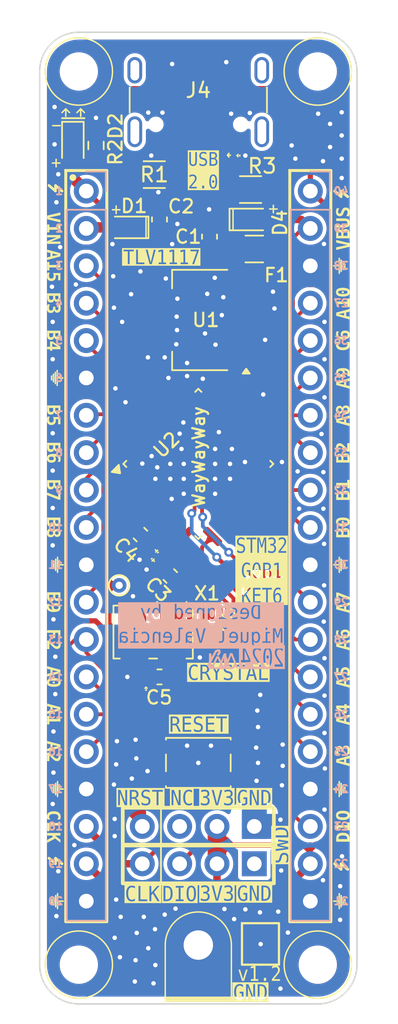
<source format=kicad_pcb>
(kicad_pcb (version 20240108) (generator "pcbnew") (generator_version "8.0")
  (layers (0 "F.Cu" signal) (31 "B.Cu" signal) (34 "B.Paste" user) (35 "F.Paste" user) (36 "B.SilkS" user "B.Silkscreen") (37 "F.SilkS" user "F.Silkscreen") (38 "B.Mask" user) (39 "F.Mask" user) (44 "Edge.Cuts" user))
  (net 0 "")
  (net 1 "GND")
  (net 2 "+3V3")
  (net 3 "VBUS")
  (net 4 "/SYS_SWCLK")
  (net 5 "/SYS_SWDIO")
  (net 6 "/NRST")
  (net 7 "/USB_D-")
  (net 8 "/USB_D+")
  (net 9 "/PB5")
  (net 10 "/PB4")
  (net 11 "/PA15")
  (net 12 "VIN")
  (net 13 "/PB3")
  (net 14 "/PB7")
  (net 15 "/PB8")
  (net 16 "/PB6")
  (net 17 "/PB2")
  (net 18 "/PC6")
  (net 19 "/PA3")
  (net 20 "/PB1")
  (net 21 "/PA5")
  (net 22 "/PA7")
  (net 23 "/PA9")
  (net 24 "/PA4")
  (net 25 "/PA6")
  (net 26 "/PA8")
  (net 27 "/PA10")
  (net 28 "/PA2")
  (net 29 "/PB0")
  (net 30 "/RCC_OSC_EN")
  (net 31 "/RCC_OSC_IN")
  (net 32 "/DIODE_VOUT")
  (net 33 "/PB9")
  (net 34 "/PA0")
  (net 35 "/R_LED")
  (net 36 "/PA1")
  (net 37 "/REG_VIN")
  (net 39 "Net-(J4-CC1)")
  (net 42 "Net-(J4-CC2)")
  (net 47 "/SWCLK")
  (net 48 "/SWDIO")
  (footprint "LED_SMD:LED_0603_1608Metric_Pad1.05x0.95mm_HandSolder" (layer "F.Cu") (at 92.1056 37.465 -90)
    (property "Reference" "D2")
    (property "Value" "AMBER")
  )
  (footprint "Resistor_SMD:R_1206_3216Metric" (layer "F.Cu") (at 104.196 40.4114)
    (property "Reference" "R3")
    (property "Value" "56k")
  )
  (footprint "Package_QFP:LQFP-32_7x7mm_P0.8mm" (layer "F.Cu") (at 100.64 59.055 45)
    (property "Reference" "U2")
    (property "Value" "STM32G0B1KET6")
  )
  (footprint "Diode_SMD:D_0603_1608Metric" (layer "F.Cu") (at 104.2468 42.4434)
    (property "Reference" "D4")
    (property "Value" "Schottky")
  )
  (footprint "Capacitor_SMD:C_0603_1608Metric_Pad1.08x0.95mm_HandSolder" (layer "F.Cu") (at 97.9984 42.4434 90)
    (property "Reference" "C2")
    (property "Value" "10u")
  )
  (footprint "Button_Switch_SMD:SW_SPST_PTS810" (layer "F.Cu") (at 100.64 79.375 180)
    (property "Reference" "SW1" (hide yes))
    (property "Value" "PTS810")
  )
  (footprint "Capacitor_SMD:C_0603_1608Metric_Pad1.08x0.95mm_HandSolder" (layer "F.Cu") (at 101.402 43.6118 90)
    (property "Reference" "C1")
    (property "Value" "10u")
  )
  (footprint "TestPoint:TestPoint_THTPad_D4.0mm_Drill2.0mm" (layer "F.Cu") (at 100.64 91.758)
    (property "Reference" "TP5" (hide yes))
    (property "Value" "GND Test")
  )
  (footprint "Capacitor_SMD:C_0603_1608Metric_Pad1.08x0.95mm_HandSolder" (layer "F.Cu") (at 101.275 69.977 -90)
    (property "Reference" "C6")
    (property "Value" "100n")
  )
  (footprint "Capacitor_SMD:C_0603_1608Metric_Pad1.08x0.95mm_HandSolder" (layer "F.Cu") (at 98.735 66.675 135)
    (property "Reference" "C3")
    (property "Value" "10u")
  )
  (footprint "Diode_SMD:D_0603_1608Metric" (layer "F.Cu") (at 95.7632 42.981357 180)
    (property "Reference" "D1")
    (property "Value" "Schottky")
  )
  (footprint "Connector_PinHeader_2.54mm:PinHeader_1x04_P2.54mm_Vertical" (layer "F.Cu") (at 96.83 86.233 90)
    (property "Reference" "J1" (hide yes))
    (property "Value" "Pin_01x04")
  )
  (footprint "Capacitor_SMD:C_0603_1608Metric_Pad1.08x0.95mm_HandSolder" (layer "F.Cu") (at 96.703 63.86 -45)
    (property "Reference" "C4")
    (property "Value" "100n")
  )
  (footprint "Fuse:Fuse_1206_3216Metric" (layer "F.Cu") (at 104.45 44.45 180)
    (property "Reference" "F1")
    (property "Value" "Polyfuse")
  )
  (footprint "Oscillator:Oscillator_SMD_SeikoEpson_SG8002LB-4Pin_5.0x3.2mm" (layer "F.Cu") (at 97.567157 70.485 180)
    (property "Reference" "X1")
    (property "Value" "SG-5032CAN")
  )
  (footprint "Resistor_SMD:R_0603_1608Metric_Pad0.98x0.95mm_HandSolder" (layer "F.Cu") (at 93.6804 37.4142 -90)
    (property "Reference" "R2")
    (property "Value" "1k")
  )
  (footprint "Connector_USB:USB_C_Receptacle_GCT_USB4105-xx-A_16P_TopMnt_Horizontal" (layer "F.Cu") (at 100.64 33.3756 180)
    (property "Reference" "J4")
    (property "Value" "USB_C_Receptacle_USB2.0_16P")
  )
  (footprint "Package_TO_SOT_SMD:SOT-223-3_TabPin2" (layer "F.Cu") (at 100.767 49.276 180)
    (property "Reference" "U1")
    (property "Value" "TLV1117-33")
  )
  (footprint "TestPoint:TestPoint_THTPad_D1.0mm_Drill0.5mm" (layer "F.Cu") (at 95.2552 67.31)
    (property "Reference" "TP4" (hide yes))
    (property "Value" "TestPoint")
  )
  (footprint "Resistor_SMD:R_1206_3216Metric" (layer "F.Cu") (at 97.6428 39.3954)
    (property "Reference" "R1")
    (property "Value" "56k")
  )
  (footprint "Connector_PinHeader_2.54mm:PinHeader_1x04_P2.54mm_Vertical" (layer "F.Cu") (at 96.83 83.693 90)
    (property "Reference" "J2" (hide yes))
    (property "Value" "Pin_01x04")
  )
  (footprint "Capacitor_SMD:C_0603_1608Metric_Pad1.08x0.95mm_HandSolder" (layer "F.Cu") (at 97.9995 73.533 180)
    (property "Reference" "C5")
    (property "Value" "100n")
  )
  (footprint "Connector_PinHeader_2.54mm:PinHeader_1x20_P2.54mm_Vertical" (layer "B.Cu") (at 108.26 40.513 180)
    (property "Reference" "J6" (hide yes))
    (property "Value" "Pin_01x20")
  )
  (footprint "MountingHole:MountingHole_2.2mm_M2" (layer "B.Cu") (at 92.512 93.091 180)
    (property "Reference" "H3" (hide yes))
    (property "Value" "M2_2.2mm_BL")
  )
  (footprint "MountingHole:MountingHole_2.2mm_M2" (layer "B.Cu") (at 108.768 32.385 180)
    (property "Reference" "H2" (hide yes))
    (property "Value" "M2_2.2mm_TR")
  )
  (footprint "Connector_PinHeader_2.54mm:PinHeader_1x20_P2.54mm_Vertical" (layer "B.Cu") (at 93.02 40.513 180)
    (property "Reference" "J5" (hide yes))
    (property "Value" "Pin_01x20")
  )
  (footprint "MountingHole:MountingHole_2.2mm_M2" (layer "B.Cu") (at 92.512 32.385 180)
    (property "Reference" "H1" (hide yes))
    (property "Value" "M2_2.2mm_TL")
  )
  (footprint "MountingHole:MountingHole_2.2mm_M2" (layer "B.Cu") (at 108.768 93.091 180)
    (property "Reference" "H4" (hide yes))
    (property "Value" "M2_2.2mm_BR")
  )
  (gr_circle (center 92.512 93.091) (end 94.29 93.091) (stroke (width 0.508)) (fill none) (layer "F.Cu") (net 1))
  (gr_rect (start 98.735 91.673) (end 102.545 95.102) (stroke (width 0.2)) (fill solid) (layer "F.Cu") (net 1))
  (gr_circle (center 108.768 32.385) (end 110.546 32.385) (stroke (width 0.508)) (fill none) (layer "F.Cu") (net 1))
  (gr_circle (center 108.768 93.091) (end 110.546 93.091) (stroke (width 0.508)) (fill none) (layer "F.Cu") (net 1))
  (gr_circle (center 92.512 32.385) (end 94.29 32.385) (stroke (width 0.508)) (fill none) (layer "F.Cu") (net 1))
  (gr_rect (start 98.735 91.673) (end 102.545 95.102) (stroke (width 0.2)) (fill solid) (layer "B.Cu") (net 1))
  (gr_line (start 101.9354 71.7423) (end 102.0624 71.7423) (stroke (width 0.1524)) (layer "B.SilkS"))
  (gr_line (start 101.4274 72.9361) (end 101.3258 72.7329) (stroke (width 0.1524)) (layer "B.SilkS"))
  (gr_line (start 102.0624 71.7423) (end 102.0878 71.8693) (stroke (width 0.1524)) (layer "B.SilkS"))
  (gr_line (start 101.8338 71.7931) (end 101.9354 71.7423) (stroke (width 0.1524)) (layer "B.SilkS"))
  (gr_line (start 102.9514 72.9361) (end 101.4274 72.9361) (stroke (width 0.127)) (layer "B.SilkS"))
  (gr_line (start 103.1292 72.7075) (end 103.053 72.8599) (stroke (width 0.127)) (layer "B.SilkS"))
  (gr_line (start 101.3258 72.7329) (end 101.8338 71.7931) (stroke (width 0.1524)) (layer "B.SilkS"))
  (gr_line (start 102.0878 71.8693) (end 101.9862 72.0217) (stroke (width 0.1524)) (layer "B.SilkS"))
  (gr_line (start 103.053 72.8599) (end 102.9514 72.9361) (stroke (width 0.127)) (layer "B.SilkS"))
  (gr_line (start 90.9118 52.832) (end 90.9118 53.594) (stroke (width 0.1)) (layer "F.SilkS"))
  (gr_line (start 90.966 38.354) (end 90.966 38.862) (stroke (width 0.1)) (layer "F.SilkS"))
  (gr_line (start 110.4825 66.167) (end 110.4825 65.659) (stroke (width 0.1)) (layer "F.SilkS"))
  (gr_line (start 92.639 34.925) (end 92.385 35.179) (stroke (width 0.1)) (layer "F.SilkS"))
  (gr_line (start 110.2285 89.281) (end 110.2285 88.265) (stroke (width 0.1)) (layer "F.SilkS"))
  (gr_line (start 110.2285 66.421) (end 110.2285 65.405) (stroke (width 0.1)) (layer "F.SilkS"))
  (gr_line (start 110.8 86.614) (end 110.3555 86.233) (stroke (width 0.1778)) (layer "F.SilkS"))
  (gr_line (start 98.39 95.4024) (end 102.89 95.4024) (stroke (width 0.1)) (layer "F.SilkS"))
  (gr_line (start 98.39 95.314) (end 102.89 95.314) (stroke (width 0.1)) (layer "F.SilkS"))
  (gr_line (start 90.8102 80.899) (end 90.8102 81.407) (stroke (width 0.1)) (layer "F.SilkS"))
  (gr_line (start 109.8475 45.593) (end 110.2285 45.593) (stroke (width 0.1)) (layer "F.SilkS"))
  (gr_line (start 105.7454 41.4782) (end 105.7454 41.9862) (stroke (width 0.1)) (layer "F.SilkS"))
  (gr_line (start 91.22 38.608) (end 90.712 38.608) (stroke (width 0.1)) (layer "F.SilkS"))
  (gr_line (start 110.3555 86.614) (end 109.911 86.233) (stroke (width 0.1778)) (layer "F.SilkS"))
  (gr_line (start 102.7228 38.2016) (end 102.6212 38.0746) (stroke (width 0.1)) (layer "F.SilkS"))
  (gr_rect (start 106.863 39.116) (end 109.657 90.17) (stroke (width 0.2032)) (fill none) (layer "F.SilkS"))
  (gr_line (start 90.9372 65.532) (end 90.9372 66.294) (stroke (width 0.1)) (layer "F.SilkS"))
  (gr_line (start 97.1094 74.422) (end 97.0586 74.422) (stroke (width 0.1)) (layer "F.SilkS"))
  (gr_line (start 110.8 86.614) (end 110.3555 86.233) (stroke (width 0.1778)) (layer "F.SilkS"))
  (gr_line (start 91.369 35.56) (end 92.893 35.56) (stroke (width 0.127)) (layer "F.SilkS"))
  (gr_line (start 110.3555 89.154) (end 110.3555 88.392) (stroke (width 0.1)) (layer "F.SilkS"))
  (gr_line (start 110.6095 45.72) (end 110.6095 45.466) (stroke (width 0.1)) (layer "F.SilkS"))
  (gr_line (start 91.0388 52.705) (end 91.0388 53.721) (stroke (width 0.1)) (layer "F.SilkS"))
  (gr_line (start 110.3555 86.233) (end 110.3555 86.614) (stroke (width 0.1778)) (layer "F.SilkS"))
  (gr_line (start 110.6095 66.04) (end 110.6095 65.786) (stroke (width 0.1)) (layer "F.SilkS"))
  (gr_line (start 91.623 35.433) (end 91.623 34.925) (stroke (width 0.1)) (layer "F.SilkS"))
  (gr_line (start 91.0642 80.645) (end 91.0642 81.661) (stroke (width 0.1)) (layer "F.SilkS"))
  (gr_line (start 91.4452 88.773) (end 91.0642 88.773) (stroke (width 0.1)) (layer "F.SilkS"))
  (gr_line (start 95.052 41.529) (end 95.052 42.037) (stroke (width 0.1)) (layer "F.SilkS"))
  (gr_line (start 110.3555 86.233) (end 110.3555 86.614) (stroke (width 0.1778)) (layer "F.SilkS"))
  (gr_line (start 110.3555 40.894) (end 109.911 40.513) (stroke (width 0.1778)) (layer "F.SilkS"))
  (gr_line (start 97.1602 74.295) (end 97.0078 74.295) (stroke (width 0.1)) (layer "F.SilkS"))
  (gr_line (start 91.4452 81.153) (end 91.0642 81.153) (stroke (width 0.1)) (layer "F.SilkS"))
  (gr_circle (center 92.512 93.091) (end 93.782 94.996) (stroke (width 0.1)) (fill none) (layer "F.SilkS"))
  (gr_line (start 110.3555 40.894) (end 109.911 40.513) (stroke (width 0.1778)) (layer "F.SilkS"))
  (gr_line (start 103.0022 41.7322) (end 103.0022 43.1292) (stroke (width 0.1)) (layer "F.SilkS"))
  (gr_line (start 110.4825 89.027) (end 110.4825 88.519) (stroke (width 0.1)) (layer "F.SilkS"))
  (gr_line (start 110.8 40.894) (end 110.3555 40.513) (stroke (width 0.1778)) (layer "F.SilkS"))
  (gr_circle (center 108.768 32.385) (end 110.038 34.29) (stroke (width 0.1)) (fill none) (layer "F.SilkS"))
  (gr_line (start 110.3555 40.894) (end 109.911 40.513) (stroke (width 0.1778)) (layer "F.SilkS"))
  (gr_line (start 110.8 40.894) (end 110.3555 40.513) (stroke (width 0.1778)) (layer "F.SilkS"))
  (gr_line (start 110.4825 81.407) (end 110.4825 80.899) (stroke (width 0.1)) (layer "F.SilkS"))
  (gr_line (start 98.39 95.4786) (end 102.89 95.4786) (stroke (width 0.1)) (layer "F.SilkS"))
  (gr_line (start 91.4198 53.213) (end 91.0388 53.213) (stroke (width 0.1)) (layer "F.SilkS"))
  (gr_line (start 110.8 40.894) (end 110.3555 40.513) (stroke (width 0.1778)) (layer "F.SilkS"))
  (gr_line (start 103.3324 38.0238) (end 103.3324 38.1762) (stroke (width 0.1)) (layer "F.SilkS"))
  (gr_line (start 91.623 34.925) (end 91.369 35.179) (stroke (width 0.1)) (layer "F.SilkS"))
  (gr_rect (start 91.623 39.116) (end 94.417 90.17) (stroke (width 0.2032)) (fill none) (layer "F.SilkS"))
  (gr_line (start 110.3555 40.894) (end 109.911 40.513) (stroke (width 0.1778)) (layer "F.SilkS"))
  (gr_line (start 110.8 86.614) (end 110.3555 86.233) (stroke (width 0.1778)) (layer "F.SilkS"))
  (gr_line (start 110.3555 40.513) (end 110.3555 40.894) (stroke (width 0.1778)) (layer "F.SilkS"))
  (gr_line (start 91.369 35.179) (end 91.623 34.925) (stroke (width 0.1)) (layer "F.SilkS"))
  (gr_line (start 97.49675 65.65265) (end 97.62375 65.52565) (stroke (width 0.1)) (layer "F.SilkS"))
  (gr_line (start 105.9994 41.7322) (end 105.4914 41.7322) (stroke (width 0.1)) (layer "F.SilkS"))
  (gr_line (start 91.242 36.068) (end 90.734 36.068) (stroke (width 0.1)) (layer "F.SilkS"))
  (gr_circle (center 108.768 93.091) (end 110.038 94.996) (stroke (width 0.1)) (fill none) (layer "F.SilkS"))
  (gr_circle (center 92.512 32.385) (end 93.782 34.29) (stroke (width 0.1)) (fill none) (layer "F.SilkS"))
  (gr_line (start 91.0642 88.265) (end 91.0642 89.281) (stroke (width 0.1)) (layer "F.SilkS"))
  (gr_line (start 90.6832 65.786) (end 90.6832 66.04) (stroke (width 0.1)) (layer "F.SilkS"))
  (gr_line (start 110.3555 40.513) (end 110.3555 40.894) (stroke (width 0.1778)) (layer "F.SilkS"))
  (gr_line (start 90.6832 88.646) (end 90.6832 88.9) (stroke (width 0.1)) (layer "F.SilkS"))
  (gr_line (start 110.3555 86.614) (end 109.911 86.233) (stroke (width 0.1778)) (layer "F.SilkS"))
  (gr_line (start 110.3555 86.233) (end 110.3555 86.614) (stroke (width 0.1778)) (layer "F.SilkS"))
  (gr_circle (center 92.1056 39.5986) (end 92.285205 39.5986) (stroke (width 0.1)) (fill solid) (layer "F.SilkS"))
  (gr_line (start 110.3555 40.513) (end 110.3555 40.894) (stroke (width 0.1778)) (layer "F.SilkS"))
  (gr_line (start 109.8475 65.913) (end 110.2285 65.913) (stroke (width 0.1)) (layer "F.SilkS"))
  (gr_line (start 90.9245 40.132) (end 90.9245 40.513) (stroke (width 0.1778)) (layer "F.SilkS"))
  (gr_line (start 90.9245 86.233) (end 90.48 85.852) (stroke (width 0.1778)) (layer "F.SilkS"))
  (gr_line (start 102.7228 37.9476) (end 102.6212 38.0746) (stroke (width 0.1)) (layer "F.SilkS"))
  (gr_line (start 92.639 34.925) (end 92.893 35.179) (stroke (width 0.1)) (layer "F.SilkS"))
  (gr_line (start 97.4523 65.5193) (end 97.4904 65.4812) (stroke (width 0.1)) (layer "F.SilkS"))
  (gr_line (start 110.4825 45.847) (end 110.4825 45.339) (stroke (width 0.1)) (layer "F.SilkS"))
  (gr_line (start 90.9245 85.852) (end 90.9245 86.233) (stroke (width 0.1778)) (layer "F.SilkS"))
  (gr_line (start 102.6212 38.0746) (end 102.8244 38.0746) (stroke (width 0.1)) (layer "F.SilkS"))
  (gr_line (start 101.8592 70.8152) (end 101.9354 70.8152) (stroke (width 0.1)) (layer "F.SilkS"))
  (gr_line (start 110.3555 81.534) (end 110.3555 80.772) (stroke (width 0.1)) (layer "F.SilkS"))
  (gr_line (start 110.3555 45.974) (end 110.3555 45.212) (stroke (width 0.1)) (layer "F.SilkS"))
  (gr_line (start 110.3555 86.614) (end 109.911 86.233) (stroke (width 0.1778)) (layer "F.SilkS"))
  (gr_line (start 109.8475 81.153) (end 110.2285 81.153) (stroke (width 0.1)) (layer "F.SilkS"))
  (gr_line (start 91.623 34.925) (end 91.877 35.179) (stroke (width 0.1)) (layer "F.SilkS"))
  (gr_line (start 90.9372 80.772) (end 90.9372 81.534) (stroke (width 0.1)) (layer "F.SilkS"))
  (gr_line (start 92.639 35.433) (end 92.639 34.925) (stroke (width 0.1)) (layer "F.SilkS"))
  (gr_rect (start 103.6118 90.2716) (end 106.1264 93.091) (stroke (width 0.1524)) (fill none) (layer "F.SilkS"))
  (gr_line (start 110.2285 46.101) (end 110.2285 45.085) (stroke (width 0.1)) (layer "F.SilkS"))
  (gr_line (start 97.56025 65.58915) (end 97.64915 65.67805) (stroke (width 0.1)) (layer "F.SilkS"))
  (gr_line (start 105.7708 84.963) (end 95.56 84.963) (stroke (width 0.3048)) (layer "F.SilkS"))
  (gr_line (start 103.4594 38.0746) (end 103.4594 38.1254) (stroke (width 0.1)) (layer "F.SilkS"))
  (gr_line (start 90.7848 52.959) (end 90.7848 53.467) (stroke (width 0.1)) (layer "F.SilkS"))
  (gr_line (start 95.306 41.783) (end 94.798 41.783) (stroke (width 0.1)) (layer "F.SilkS"))
  (gr_line (start 97.084 42.291) (end 97.084 43.688) (stroke (width 0.1)) (layer "F.SilkS"))
  (gr_line (start 110.8 40.894) (end 110.3555 40.513) (stroke (width 0.1778)) (layer "F.SilkS"))
  (gr_line (start 90.9245 40.513) (end 90.48 40.132) (stroke (width 0.1778)) (layer "F.SilkS"))
  (gr_line (start 97.91585 65.05575) (end 97.87775 65.09385) (stroke (width 0.1)) (layer "F.SilkS"))
  (gr_line (start 101.9354 70.739) (end 101.9354 70.8914) (stroke (width 0.1)) (layer "F.SilkS"))
  (gr_line (start 90.9372 88.392) (end 90.9372 89.154) (stroke (width 0.1)) (layer "F.SilkS"))
  (gr_line (start 110.3555 66.294) (end 110.3555 65.532) (stroke (width 0.1)) (layer "F.SilkS"))
  (gr_line (start 110.6095 88.9) (end 110.6095 88.646) (stroke (width 0.1)) (layer "F.SilkS"))
  (gr_line (start 97.8714 64.9224) (end 97.7444 65.0494) (stroke (width 0.1)) (layer "F.SilkS"))
  (gr_line (start 91.0642 65.405) (end 91.0642 66.421) (stroke (width 0.1)) (layer "F.SilkS"))
  (gr_line (start 102.0624 70.7898) (end 102.0624 70.8406) (stroke (width 0.1)) (layer "F.SilkS"))
  (gr_line (start 109.8475 88.773) (end 110.2285 88.773) (stroke (width 0.1)) (layer "F.SilkS"))
  (gr_line (start 91.4452 65.913) (end 91.0642 65.913) (stroke (width 0.1)) (layer "F.SilkS"))
  (gr_line (start 90.6832 81.026) (end 90.6832 81.28) (stroke (width 0.1)) (layer "F.SilkS"))
  (gr_line (start 90.6578 53.086) (end 90.6578 53.34) (stroke (width 0.1)) (layer "F.SilkS"))
  (gr_line (start 98.39 95.568) (end 105.39488 95.568) (stroke (width 0.1)) (layer "F.SilkS"))
  (gr_line (start 97.084 74.2188) (end 97.084 74.295) (stroke (width 0.1)) (layer "F.SilkS"))
  (gr_line (start 110.6095 81.28) (end 110.6095 81.026) (stroke (width 0.1)) (layer "F.SilkS"))
  (gr_line (start 97.8079 64.9859) (end 97.719 64.897) (stroke (width 0.1)) (layer "F.SilkS"))
  (gr_line (start 91.369 40.513) (end 90.9245 40.132) (stroke (width 0.1778)) (layer "F.SilkS"))
  (gr_rect (start 95.5 82.423) (end 105.78 87.563) (stroke (width 0.254)) (fill none) (layer "F.SilkS"))
  (gr_line (start 110.3555 86.614) (end 109.911 86.233) (stroke (width 0.1778)) (layer "F.SilkS"))
  (gr_line (start 110.2285 81.661) (end 110.2285 80.645) (stroke (width 0.1)) (layer "F.SilkS"))
  (gr_line (start 110.3555 40.513) (end 110.3555 40.894) (stroke (width 0.1778)) (layer "F.SilkS"))
  (gr_line (start 110.8 86.614) (end 110.3555 86.233) (stroke (width 0.1778)) (layer "F.SilkS"))
  (gr_line (start 90.8102 65.659) (end 90.8102 66.167) (stroke (width 0.1)) (layer "F.SilkS"))
  (gr_line (start 90.8102 88.519) (end 90.8102 89.027) (stroke (width 0.1)) (layer "F.SilkS"))
  (gr_line (start 92.385 35.179) (end 92.639 34.925) (stroke (width 0.1)) (layer "F.SilkS"))
  (gr_line (start 103.2562 38.1) (end 103.3324 38.1) (stroke (width 0.1)) (layer "F.SilkS"))
  (gr_line (start 110.3555 86.233) (end 110.3555 86.614) (stroke (width 0.1778)) (layer "F.SilkS"))
  (gr_line (start 91.369 86.233) (end 90.9245 85.852) (stroke (width 0.1778)) (layer "F.SilkS"))
  (gr_line (start 89.845 93.091) (end 89.845 32.385) (stroke (width 0.1)) (layer "Edge.Cuts"))
  (gr_arc (start 92.512 95.758) (mid 90.626146 94.976854) (end 89.845 93.091) (stroke (width 0.1)) (layer "Edge.Cuts"))
  (gr_line (start 108.768 95.758) (end 92.512 95.758) (stroke (width 0.1)) (layer "Edge.Cuts"))
  (gr_line (start 92.512 29.718) (end 108.768 29.718) (stroke (width 0.1)) (layer "Edge.Cuts"))
  (gr_arc (start 108.768 29.718) (mid 110.653854 30.499146) (end 111.435 32.385) (stroke (width 0.1)) (layer "Edge.Cuts"))
  (gr_arc (start 89.845 32.385) (mid 90.626146 30.499146) (end 92.512 29.718) (stroke (width 0.1)) (layer "Edge.Cuts"))
  (gr_line (start 111.435 32.385) (end 111.435 93.091) (stroke (width 0.1)) (layer "Edge.Cuts"))
  (gr_arc (start 111.435 93.091) (mid 110.653854 94.976854) (end 108.768 95.758) (stroke (width 0.1)) (layer "Edge.Cuts"))
  (gr_text "RED\nPILL" (at 104.8818 91.694 0) (layer "F.Cu" knockout) (effects (font (size 1.016 0.6604))))
  (gr_text "M" (at 102.7228 71.7677 180) (layer "B.SilkS") (effects (font (size 1 1.27) (thickness 0.1)) (justify left bottom)))
  (gr_text "1" (at 91.496 40.513 0) (layer "B.SilkS") (effects (font (size 0.508 0.508) (thickness 0.127) (bold yes)) (justify left mirror)))
  (gr_text "26" (at 109.784 76.073 0) (layer "B.SilkS") (effects (font (size 0.508 0.508) (thickness 0.127) (bold yes)) (justify right mirror)))
  (gr_text "38" (at 109.784 45.593 0) (layer "B.SilkS") (effects (font (size 0.508 0.508) (thickness 0.127) (bold yes)) (justify right mirror)))
  (gr_text "15" (at 91.496 76.073 0) (layer "B.SilkS") (effects (font (size 0.508 0.508) (thickness 0.127) (bold yes)) (justify left mirror)))
  (gr_text "32" (at 109.784 60.833 0) (layer "B.SilkS") (effects (font (size 0.508 0.508) (thickness 0.127) (bold yes)) (justify right mirror)))
  (gr_text "27" (at 109.784 73.533 0) (layer "B.SilkS") (effects (font (size 0.508 0.508) (thickness 0.127) (bold yes)) (justify right mirror)))
  (gr_text "5" (at 91.496 50.673 0) (layer "B.SilkS") (effects (font (size 0.508 0.508) (thickness 0.127) (bold yes)) (justify left mirror)))
  (gr_text "6" (at 91.496 53.213 0) (layer "B.SilkS") (effects (font (size 0.508 0.508) (thickness 0.127) (bold yes)) (justify left mirror)))
  (gr_text "29" (at 109.784 68.453 0) (layer "B.SilkS") (effects (font (size 0.508 0.508) (thickness 0.127) (bold yes)) (justify right mirror)))
  (gr_text "V" (at 103.3578 71.7423 180) (layer "B.SilkS") (effects (font (size 1 1) (thickness 0.1)) (justify left bottom)))
  (gr_text "17" (at 91.496 81.153 0) (layer "B.SilkS") (effects (font (size 0.508 0.508) (thickness 0.127) (bold yes)) (justify left mirror)))
  (gr_text "2024" (at 104.9834 73.0504 0) (layer "B.SilkS" knockout) (effects (font (size 1.27 0.889) (thickness 0.1)) (justify bottom mirror)))
  (gr_text "2" (at 91.496 43.053 0) (layer "B.SilkS") (effects (font (size 0.508 0.508) (thickness 0.127) (bold yes)) (justify left mirror)))
  (gr_text "9" (at 91.496 60.833 0) (layer "B.SilkS") (effects (font (size 0.508 0.508) (thickness 0.127) (bold yes)) (justify left mirror)))
  (gr_text "21" (at 109.784 88.773 0) (layer "B.SilkS") (effects (font (size 0.508 0.508) (thickness 0.127) (bold yes)) (justify right mirror)))
  (gr_text "39" (at 109.784 43.053 0) (layer "B.SilkS") (effects (font (size 0.508 0.508) (thickness 0.127) (bold yes)) (justify right mirror)))
  (gr_text "7" (at 91.496 55.753 0) (layer "B.SilkS") (effects (font (size 0.508 0.508) (thickness 0.127) (bold yes)) (justify left mirror)))
  (gr_text "8" (at 91.496 58.293 0) (layer "B.SilkS") (effects (font (size 0.508 0.508) (thickness 0.127) (bold yes)) (justify left mirror)))
  (gr_text "12" (at 91.496 68.453 0) (layer "B.SilkS") (effects (font (size 0.508 0.508) (thickness 0.127) (bold yes)) (justify left mirror)))
  (gr_text "31" (at 109.784 63.373 0) (layer "B.SilkS") (effects (font (size 0.508 0.508) (thickness 0.127) (bold yes)) (justify right mirror)))
  (gr_text "27" (at 109.784 48.133 0) (layer "B.SilkS") (effects (font (size 0.508 0.508) (thickness 0.127) (bold yes)) (justify right mirror)))
  (gr_text "4" (at 91.496 48.133 0) (layer "B.SilkS") (effects (font (size 0.508 0.508) (thickness 0.127) (bold yes)) (justify left mirror)))
  (gr_text "20" (at 91.496 88.773 0) (layer "B.SilkS") (effects (font (size 0.508 0.508) (thickness 0.127) (bold yes)) (justify left mirror)))
  (gr_text "11" (at 91.496 65.913 0) (layer "B.SilkS") (effects (font (size 0.508 0.508) (thickness 0.127) (bold yes)) (justify left mirror)))
  (gr_text "13" (at 91.496 70.993 0) (layer "B.SilkS") (effects (font (size 0.508 0.508) (thickness 0.127) (bold yes)) (justify left mirror)))
  (gr_text "25" (at 109.784 78.613 0) (layer "B.SilkS") (effects (font (size 0.508 0.508) (thickness 0.127) (bold yes)) (justify right mirror)))
  (gr_text "16" (at 91.496 78.613 0) (layer "B.SilkS") (effects (font (size 0.508 0.508) (thickness 0.127) (bold yes)) (justify left mirror)))
  (gr_text "24" (at 109.784 81.153 0) (layer "B.SilkS") (effects (font (size 0.508 0.508) (thickness 0.127) (bold yes)) (justify right mirror)))
  (gr_text "3" (at 91.496 45.593 0) (layer "B.SilkS") (effects (font (size 0.508 0.508) (thickness 0.127) (bold yes)) (justify left mirror)))
  (gr_text "34" (at 109.784 55.753 0) (layer "B.SilkS") (effects (font (size 0.508 0.508) (thickness 0.127) (bold yes)) (justify right mirror)))
  (gr_text "14" (at 91.496 73.533 0) (layer "B.SilkS") (effects (font (size 0.508 0.508) (thickness 0.127) (bold yes)) (justify left mirror)))
  (gr_text "18" (at 91.496 83.693 0) (layer "B.SilkS") (effects (font (size 0.508 0.508) (thickness 0.127) (bold yes)) (justify left mirror)))
  (gr_text "23" (at 109.784 83.693 0) (layer "B.SilkS") (effects (font (size 0.508 0.508) (thickness 0.127) (bold yes)) (justify right mirror)))
  (gr_text "36" (at 109.784 50.673 0) (layer "B.SilkS") (effects (font (size 0.508 0.508) (thickness 0.127) (bold yes)) (justify right mirror)))
  (gr_text "Designed by\nMiguel Valencia" (at 100.8 71.377 0) (layer "B.SilkS" knockout) (effects (font (size 0.9652 0.889) (thickness 0.1)) (justify bottom mirror)))
  (gr_text "30" (at 109.784 65.913 0) (layer "B.SilkS") (effects (font (size 0.508 0.508) (thickness 0.127) (bold yes)) (justify right mirror)))
  (gr_text "35" (at 109.784 53.213 0) (layer "B.SilkS") (effects (font (size 0.508 0.508) (thickness 0.127) (bold yes)) (justify right mirror)))
  (gr_text "28" (at 109.784 70.993 0) (layer "B.SilkS") (effects (font (size 0.508 0.508) (thickness 0.127) (bold yes)) (justify right mirror)))
  (gr_text "40" (at 109.784 40.513 0) (layer "B.SilkS") (effects (font (size 0.508 0.508) (thickness 0.127) (bold yes)) (justify right mirror)))
  (gr_text "19" (at 91.496 86.233 0) (layer "B.SilkS") (effects (font (size 0.508 0.508) (thickness 0.127) (bold yes)) (justify left mirror)))
  (gr_text "V" (at 102.8498 71.8185 180) (layer "B.SilkS") (effects (font (size 0.9398 0.889) (thickness 0.1)) (justify left bottom)))
  (gr_text "10" (at 91.496 63.373 0) (layer "B.SilkS") (effects (font (size 0.508 0.508) (thickness 0.127) (bold yes)) (justify left mirror)))
  (gr_text "33" (at 109.784 58.293 0) (layer "B.SilkS") (effects (font (size 0.508 0.508) (thickness 0.127) (bold yes)) (justify right mirror)))
  (gr_text "22" (at 109.784 86.233 0) (layer "B.SilkS") (effects (font (size 0.508 0.508) (thickness 0.127) (bold yes)) (justify right mirror)))
  (gr_text "DIO" (at 99.37 87.757 0) (layer "F.SilkS" knockout) (effects (font (size 1.016 0.9398)) (justify top)))
  (gr_text "NC" (at 99.5224 82.423 0) (layer "F.SilkS" knockout) (effects (font (size 1.016 0.9398)) (justify bottom)))
  (gr_text "v1.2" (at 103.307 94.361 0) (layer "F.SilkS") (effects (font (size 1 0.889) (thickness 0.1)) (justify left bottom)))
  (gr_text "WayWayWay" (at 101.148 62.103 90) (layer "F.SilkS") (effects (font (size 0.8128 0.8128) (thickness 0.1524) (bold yes)) (justify left bottom)))
  (gr_text "3V3" (at 101.91 82.423 0) (layer "F.SilkS" knockout) (effects (font (size 1.016 0.9398)) (justify bottom)))
  (gr_text "CLK" (at 91.242 83.693 270) (layer "F.SilkS") (effects (font (size 0.889 0.889) (thickness 0.127) (bold yes)) (justify top)))
  (gr_text "A15" (at 91.242 45.593 -90) (layer "F.SilkS") (effects (font (size 0.889 0.889) (thickness 0.127) (bold yes)) (justify top)))
  (gr_text "A2" (at 91.242 78.613 -90) (layer "F.SilkS") (effects (font (size 0.889 0.889) (thickness 0.127) (bold yes)) (justify top)))
  (gr_text "B3" (at 91.242 48.133 -90) (layer "F.SilkS") (effects (font (size 0.889 0.889) (thickness 0.127) (bold yes)) (justify top)))
  (gr_text "A5\n" (at 110.038 73.533 90) (layer "F.SilkS") (effects (font (size 0.889 0.889) (thickness 0.127) (bold yes)) (justify top)))
  (gr_text "C6" (at 110.038 50.673 90) (layer "F.SilkS") (effects (font (size 0.889 0.889) (thickness 0.127) (bold yes)) (justify top)))
  (gr_text "TLV1117" (at 98.1508 45.6438 0) (layer "F.SilkS" knockout) (effects (font (size 0.9652 0.889)) (justify bottom)))
  (gr_text "VBUS" (at 110.038 43.053 90) (layer "F.SilkS") (effects (font (size 0.889 0.889) (thickness 0.127) (bold yes)) (justify top)))
  (gr_text "B8" (at 91.242 63.373 -90) (layer "F.SilkS") (effects (font (size 0.889 0.889) (thickness 0.127) (bold yes)) (justify top)))
  (gr_text "A4" (at 110.038 76.073 90) (layer "F.SilkS") (effects (font (size 0.889 0.889) (thickness 0.127) (bold yes)) (justify top)))
  (gr_text "A6" (at 110.038 70.993 90) (layer "F.SilkS") (effects (font (size 0.889 0.889) (thickness 0.127) (bold yes)) (justify top)))
  (gr_text "3V3" (at 101.91 87.7316 0) (layer "F.SilkS" knockout) (effects (font (size 1.016 0.9398)) (justify top)))
  (gr_text "DIO" (at 110.038 83.693 90) (layer "F.SilkS") (effects (font (size 0.889 0.889) (thickness 0.127) (bold yes)) (justify top)))
  (gr_text "B1" (at 110.038 60.833 90) (layer "F.SilkS") (effects (font (size 0.889 0.889) (thickness 0.127) (bold yes)) (justify top)))
  (gr_text "GND" (at 104.196 95.631 0) (layer "F.SilkS" knockout) (effects (font (size 1.016 0.9398)) (justify bottom)))
  (gr_text "CLK" (at 96.83 87.757 0) (layer "F.SilkS" knockout) (effects (font (size 1.016 0.9398)) (justify top)))
  (gr_text "USB\n2.0" (at 100.9702 40.4876 0) (layer "F.SilkS" knockout) (effects (font (size 0.9144 0.8128)) (justify bottom)))
  (gr_text "A9" (at 110.038 53.213 90) (layer "F.SilkS") (effects (font (size 0.889 0.889) (thickness 0.127) (bold yes)) (justify top)))
  (gr_text "A10" (at 110.038 48.133 90) (layer "F.SilkS") (effects (font (size 0.889 0.889) (thickness 0.127) (bold yes)) (justify top)))
  (gr_text "F2" (at 91.242 70.993 -90) (layer "F.SilkS") (effects (font (size 0.889 0.889) (thickness 0.127) (bold yes)) (justify top)))
  (gr_text "STM32\nG0B1\nKET6" (at 104.958 68.686 0) (layer "F.SilkS" knockout) (effects (font (size 1.016 0.8382)) (justify bottom)))
  (gr_text "A7" (at 110.038 68.453 90) (layer "F.SilkS") (effects (font (size 0.889 0.889) (thickness 0.127) (bold yes)) (justify top)))
  (gr_text "CRYSTAL" (at 102.672 73.914 0) (layer "F.SilkS" knockout) (effects (font (size 1.016 0.9398)) (justify bottom)))
  (gr_text "B5" (at 91.242 55.753 -90) (layer "F.SilkS") (effects (font (size 0.889 0.889) (thickness 0.127) (bold yes)) (justify top)))
  (gr_text "NRST" (at 96.6776 82.423 0) (layer "F.SilkS" knockout) (effects (font (size 1.016 0.9398)) (justify bottom)))
  (gr_text "B0" (at 110.038 63.373 90) (layer "F.SilkS") (effects (font (size 0.889 0.889) (thickness 0.127) (bold yes)) (justify top)))
  (gr_text "A3" (at 110.038 78.867 90) (layer "F.SilkS") (effects (font (size 0.889 0.889) (thickness 0.127) (bold yes)) (justify top)))
  (gr_text "B4" (at 91.242 50.673 -90) (layer "F.SilkS") (effects (font (size 0.889 0.889) (thickness 0.127) (bold yes)) (justify top)))
  (gr_text "B9" (at 91.242 68.453 -90) (layer "F.SilkS") (effects (font (size 0.889 0.889) (thickness 0.127) (bold yes)) (justify top)))
  (gr_text "A1" (at 91.242 76.073 -90) (layer "F.SilkS") (effects (font (size 0.889 0.889) (thickness 0.127) (bold yes)) (justify top)))
  (gr_text "VIN" (at 91.242 43.053 -90) (layer "F.SilkS") (effects (font (size 0.889 0.889) (thickness 0.127) (bold yes)) (justify top)))
  (gr_text "SWD" (at 106.9392 84.963 90) (layer "F.SilkS" knockout) (effects (font (size 1.016 1.016)) (justify bottom)))
  (gr_text "B7" (at 91.242 60.833 -90) (layer "F.SilkS") (effects (font (size 0.889 0.889) (thickness 0.127) (bold yes)) (justify top)))
  (gr_text "B6" (at 91.242 58.293 -90) (layer "F.SilkS") (effects (font (size 0.889 0.889) (thickness 0.127) (bold yes)) (justify top)))
  (gr_text "B2" (at 110.038 58.293 90) (layer "F.SilkS") (effects (font (size 0.889 0.889) (thickness 0.127) (bold yes)) (justify top)))
  (gr_text "GND" (at 104.45 82.423 0) (layer "F.SilkS" knockout) (effects (font (size 1.016 0.9398)) (justify bottom)))
  (gr_text "RESET" (at 100.64 77.4316 0) (layer "F.SilkS" knockout) (effects (font (size 1.016 0.9398)) (justify bottom)))
  (gr_text "A0" (at 91.242 73.533 -90) (layer "F.SilkS") (effects (font (size 0.889 0.889) (thickness 0.127) (bold yes)) (justify top)))
  (gr_text "GND" (at 104.45 87.7316 0) (layer "F.SilkS" knockout) (effects (font (size 1.016 0.9398)) (justify top)))
  (gr_text "A8" (at 110.038 55.753 90) (layer "F.SilkS") (effects (font (size 0.889 0.889) (thickness 0.127) (bold yes)) (justify top)))
  (segment (start 105.1866 50.6222) (end 104.1058 51.703) (width 0.75) (layer "F.Cu") (net 1))
  (segment (start 98.827343 61.433343) (end 97.970672 62.290014) (width 0.5) (layer "F.Cu") (net 1))
  (segment (start 96.641764 65.140996) (end 97.31288 64.46988) (width 0.254) (layer "F.Cu") (net 1))
  (segment (start 98.565 78.3) (end 98.6584 78.2066) (width 0.254) (layer "F.Cu") (net 1))
  (segment (start 93.6804 35.5346) (end 93.6804 36.5017) (width 0.254) (layer "F.Cu") (net 1))
  (segment (start 105.6946 53.703982) (end 105.6946 52.452058) (width 0.254) (layer "F.Cu") (net 1))
  (segment (start 95.814 73.533) (end 97.137 73.533) (width 0.635) (layer "F.Cu") (net 1))
  (segment (start 104.8818 54.161182) (end 104.8818 53.264858) (width 0.254) (layer "F.Cu") (net 1))
  (segment (start 103.394382 92.724218) (end 103.394382 90.8304) (width 0.254) (layer "F.Cu") (net 1))
  (segment (start 103.3578 92.7862) (end 103.3578 92.7608) (width 0.254) (layer "F.Cu") (net 1))
  (segment (start 105.0596 54.338982) (end 104.8818 54.161182) (width 0.254) (layer "F.Cu") (net 1))
  (segment (start 107.625 49.403) (end 109.2252 49.403) (width 0.254) (layer "F.Cu") (net 1))
  (segment (start 98.6584 78.2066) (end 99.878 78.2066) (width 0.254) (layer "F.Cu") (net 1))
  (segment (start 93.02 53.213) (end 94.29 53.213) (width 0.7112) (layer "F.Cu") (net 1))
  (segment (start 104.1058 51.703) (end 103.917 51.703) (width 0.75) (layer "F.Cu") (net 1))
  (segment (start 105.0596 54.338982) (end 105.6946 53.703982) (width 0.254) (layer "F.Cu") (net 1))
  (segment (start 107.0408 51.105858) (end 107.0408 49.9872) (width 0.254) (layer "F.Cu") (net 1))
  (segment (start 104.8818 53.264858) (end 107.0408 51.105858) (width 0.254) (layer "F.Cu") (net 1))
  (segment (start 101.275 71.6788) (end 101.275 70.8395) (width 0.635) (layer "F.Cu") (net 1))
  (segment (start 101.402 41.783) (end 101.402 42.7493) (width 0.508) (layer "F.Cu") (net 1))
  (segment (start 93.5921 36.59) (end 93.6804 36.5017) (width 0.254) (layer "F.Cu") (net 1))
  (segment (start 101.5036 78.2066) (end 102.6216 78.2066) (width 0.254) (layer "F.Cu") (net 1))
  (segment (start 100.7416 72.2122) (end 101.275 71.6788) (width 0.635) (layer "F.Cu") (net 1))
  (segment (start 97.44 38.0996) (end 97.44 37.0556) (width 0.254) (layer "F.Cu") (net 1))
  (segment (start 102.6216 78.2066) (end 102.715 78.3) (width 0.254) (layer "F.Cu") (net 1))
  (segment (start 101.3766 41.7576) (end 101.402 41.783) (width 0.508) (layer "F.Cu") (net 1))
  (segment (start 96.195 68.051) (end 96.297157 68.153157) (width 0.635) (layer "F.Cu") (net 1))
  (segment (start 97.119724 66.237276) (end 97.240053 66.116947) (width 0.254) (layer "F.Cu") (net 1))
  (segment (start 107.0408 49.9872) (end 107.625 49.403) (width 0.254) (layer "F.Cu") (net 1))
  (segment (start 103.3578 92.7608) (end 103.394382 92.724218) (width 0.254) (layer "F.Cu") (net 1))
  (segment (start 96.641764 65.56677) (end 96.641764 65.140996) (width 0.254) (layer "F.Cu") (net 1))
  (segment (start 96.297157 68.153157) (end 96.297157 69.113084) (width 0.635) (layer "F.Cu") (net 1))
  (segment (start 94.29 53.213) (end 95.0012 53.9242) (width 0.7112) (layer "F.Cu") (net 1))
  (segment (start 97.240053 66.116947) (end 98.123533 66.116947) (width 0.254) (layer "F.Cu") (net 1))
  (segment (start 103.84 37.0556) (end 103.84 38.1) (width 0.254) (layer "F.Cu") (net 1))
  (via (at 101.0972 50.1904) (size 0.6096) (drill 0.3048) (layers "F.Cu" "B.Cu") (net 1))
  (via (at 102.799 59.055) (size 0.6096) (drill 0.3048) (layers "F.Cu" "B.Cu") (net 1))
  (via (at 95.1028 77.9018) (size 0.6096) (drill 0.3048) (layers "F.Cu" "B.Cu") (net 1))
  (via (at 99.0906 89.281) (size 0.6096) (drill 0.3048) (layers "F.Cu" "B.Cu") (net 1))
  (via (at 102.2402 48.9458) (size 0.6096) (drill 0.3048) (layers "F.Cu" "B.Cu") (net 1))
  (via (at 99.1668 49.0474) (size 0.6096) (drill 0.3048) (layers "F.Cu" "B.Cu") (net 1))
  (via (at 110.292 87.757) (size 0.6096) (drill 0.3048) (layers "F.Cu" "B.Cu") (net 1))
  (via (at 99.878 52.197) (size 0.6096) (drill 0.3048) (layers "F.Cu" "B.Cu") (net 1))
  (via (at 103.815 58.928) (size 0.6096) (drill 0.3048) (layers "F.Cu" "B.Cu") (net 1))
  (via (at 109.1744 69.7738) (size 0.6096) (drill 0.3048) (layers "F.Cu" "B.Cu") (net 1))
  (via (at 105.0596 54.338982) (size 0.6096) (drill 0.3048) (layers "F.Cu" "B.Cu") (net 1))
  (via (at 90.988 89.789) (size 0.6096) (drill 0.3048) (layers "F.Cu" "B.Cu") (net 1))
  (via (at 96.322 94.234) (size 0.6096) (drill 0.3048) (layers "F.Cu" "B.Cu") (net 1))
  (via (at 90.734 49.403) (size 0.6096) (drill 0.3048) (layers "F.Cu" "B.Cu") (net 1))
  (via (at 101.7576 46.4058) (size 0.6096) (drill 0.3048) (layers "F.Cu" "B.Cu") (net 1))
  (via (at 109.2252 54.5338) (size 0.6096) (drill 0.3048) (layers "F.Cu" "B.Cu") (net 1))
  (via (at 101.8084 50.9524) (size 0.6096) (drill 0.3048) (layers "F.Cu" "B.Cu") (net 1))
  (via (at 101.783 58.039) (size 0.6096) (drill 0.3048) (layers "F.Cu" "B.Cu") (net 1))
  (via (at 97.9222 40.5892) (size 0.6096) (drill 0.3048) (layers "F.Cu" "B.Cu") (net 1))
  (via (at 106.0756 89.4842) (size 0.6096) (drill 0.3048) (layers "F.Cu" "B.Cu") (net 1))
  (via (at 110.292 90.043) (size 0.6096) (drill 0.3048) (layers "F.Cu" "B.Cu") (net 1))
  (via (at 98.4302 46.4566) (size 0.6096) (drill 0.3048) (layers "F.Cu" "B.Cu") (net 1))
  (via (at 97.44 38.1) (size 0.6096) (drill 0.3048) (layers "F.Cu" "B.Cu") (net 1))
  (via (at 95.306 92.583) (size 0.6096) (drill 0.3048) (layers "F.Cu" "B.Cu") (net 1))
  (via (at 107.498 62.103) (size 0.6096) (drill 0.3048) (layers "F.Cu" "B.Cu") (net 1))
  (via (at 96.83 59.034) (size 0.6096) (drill 0.3048) (layers "F.Cu" "B.Cu") (net 1))
  (via (at 90.734 51.943) (size 0.6096) (drill 0.3048) (layers "F.Cu" "B.Cu") (net 1))
  (via (at 94.8996 80.8482) (size 0.6096) (drill 0.3048) (layers "F.Cu" "B.Cu") (net 1))
  (via (at 104.1452 35.2044) (size 0.6096) (drill 0.3048) (layers "F.Cu" "B.Cu") (net 1))
  (via (at 94.798 44.1198) (size 0.6096) (drill 0.3048) (layers "F.Cu" "B.Cu") (net 1))
  (via (at 107.3964 59.563) (size 0.6096) (drill 0.3048) (layers "F.Cu" "B.Cu") (net 1))
  (via (at 109.149 59.6138) (size 0.6096) (drill 0.3048) (layers "F.Cu" "B.Cu") (net 1))
  (via (at 97.465 58.526) (size 0.6096) (drill 0.3048) (layers "F.Cu" "B.Cu") (net 1))
  (via (at 109.2252 77.343) (size 0.6096) (drill 0.3048) (layers "F.Cu" "B.Cu") (net 1))
  (via (at 99.6494 60.071) (size 0.6096) (drill 0.3048) (layers "F.Cu" "B.Cu") (net 1))
  (via (at 109.022 57.023) (size 0.6096) (drill 0.3048) (layers "F.Cu" "B.Cu") (net 1))
  (via (at 90.7848 69.6214) (size 0.6096) (drill 0.3048) (layers "F.Cu" "B.Cu") (net 1))
  (via (at 109.1236 87.3506) (size 0.6096) (drill 0.3048) (layers "F.Cu" "B.Cu") (net 1))
  (via (at 104.6532 75.819) (size 0.6096) (drill 0.3048) (layers "F.Cu" "B.Cu") (net 1))
  (via (at 96.703 45.974) (size 0.6096) (drill 0.3048) (layers "F.Cu" "B.Cu") (net 1))
  (via (at 96.641764 65.56677) (size 0.6096) (drill 0.3048) (layers "F.Cu" "B.Cu") (net 1))
  (via (at 95.687 54.864) (size 0.6096) (drill 0.3048) (layers "F.Cu" "B.Cu") (net 1))
  (via (at 106.228 94.7166) (size 0.6096) (drill 0.3048) (layers "F.Cu" "B.Cu") (net 1))
  (via (at 98.862 44.1198) (size 0.6096) (drill 0.3048) (layers "F.Cu" "B.Cu") (net 1))
  (via (at 98.608 53.213) (size 0.6096) (drill 0.3048) (layers "F.Cu" "B.Cu") (net 1))
  (via (at 96.4236 79.0702) (size 0.6096) (drill 0.3048) (layers "F.Cu" "B.Cu") (net 1))
  (via (at 105.72 47.35) (size 0.6096) (drill 0.3048) (layers "F.Cu" "B.Cu") (net 1))
  (via (at 97.6936 90.678) (size 0.6096) (drill 0.3048) (layers "F.Cu" "B.Cu") (net 1))
  (via (at 102.799 60.071) (size 0.6096) (drill 0.3048) (layers "F.Cu" "B.Cu") (net 1))
  (via (at 110.3944 36.734) (size 0.6096) (drill 0.3048) (layers "F.Cu" "B.Cu") (net 1))
  (via (at 106.3296 58.928) (size 0.6096) (drill 0.3048) (layers "F.Cu" "B.Cu") (net 1))
  (via (at 96.3728 77.8002) (size 0.6096) (drill 0.3048) (layers "F.Cu" "B.Cu") (net 1))
  (via (at 103.0784 89.9922) (size 0.6096) (drill 0.3048) (layers "F.Cu" "B.Cu") (net 1))
  (via (at 109.19 44.108) (size 0.6096) (drill 0.3048) (layers "F.Cu" "B.Cu") (net 1))
  (via (at 105.1866 50.6222) (size 0.6096) (drill 0.3048) (layers "F.Cu" "B.Cu") (net 1))
  (via (at 103.8404 89.3318) (size 0.6096) (drill 0.3048) (layers "F.Cu" "B.Cu") (net 1))
  (via (at 98.735 59.055) (size 0.6096) (drill 0.3048) (layers "F.Cu" "B.Cu") (net 1))
  (via (at 96.1188 80.4418) (size 0.6096) (drill 0.3048) (layers "F.Cu" "B.Cu") (net 1))
  (via (at 90.861 37.338) (size 0.6096) (drill 0.3048) (layers "F.Cu" "B.Cu") (net 1))
  (via (at 99.6494 61.087) (size 0.6096) (drill 0.3048) (layers "F.Cu" "B.Cu") (net 1))
  (via (at 109.2252 51.943) (size 0.6096) (drill 0.3048) (layers "F.Cu" "B.Cu") (net 1))
  (via (at 109.607 37.5214) (size 0.6096) (drill 0.3048) (layers "F.Cu" "B.Cu") (net 1))
  (via (at 97.2364 91.9734) (size 0.6096) (drill 0.3048) (layers "F.Cu" "B.Cu") (net 1))
  (via (at 97.211 51.816) (size 0.6096) (drill 0.3048) (layers "F.Cu" "B.Cu") (net 1))
  (via (at 101.783 59.055) (size 0.6096) (drill 0.3048) (layers "F.Cu" "B.Cu") (net 1))
  (via (at 109.2252 72.263) (size 0.6096) (drill 0.3048) (layers "F.Cu" "B.Cu") (net 1))
  (via (at 101.783 60.071) (size 0.6096) (drill 0.3048) (layers "F.Cu" "B.Cu") (net 1))
  (via (at 101.3766 41.7576) (size 0.6096) (drill 0.3048) (layers "F.Cu" "B.Cu") (net 1))
  (via (at 109.1998 64.4906) (size 0.6096) (drill 0.3048) (layers "F.Cu" "B.Cu") (net 1))
  (via (at 97.846 59.288) (size 0.6096) (drill 0.3048) (layers "F.Cu" "B.Cu") (net 1))
  (via (at 99.2176 47.8282) (size 0.6096) (drill 0.3048) (layers "F.Cu" "B.Cu") (net 1))
  (via (at 106.3296 80.899) (size 0.6096) (drill 0.3048) (layers "F.Cu" "B.Cu") (net 1))
  (via (at 99.1922 49.9618) (size 0.6096) (drill 0.3048) (layers "F.Cu" "B.Cu") (net 1))
  (via (at 94.9504 84.3534) (size 0.6096) (drill 0.3048) (layers "F.Cu" "B.Cu") (net 1))
  (via (at 104.704 79.375) (size 0.6096) (drill 0.3048) (layers "F.Cu" "B.Cu") (net 1))
  (via (at 99.1414 50.927) (size 0.6096) (drill 0.3048) (layers "F.Cu" "B.Cu") (net 1))
  (via (at 109.2252 82.55) (size 0.6096) (drill 0.3048) (layers "F.Cu" "B.Cu") (net 1))
  (via (at 106.736 90.9066) (size 0.6096) (drill 0.3048) (layers "F.Cu" "B.Cu") (net 1))
  (via (at 98.354 51.816) (size 0.6096) (drill 0.3048) (layers "F.Cu" "B.Cu") (net 1))
  (via (at 104.8564 74.7522) (size 0.6096) (drill 0.3048) (layers "F.Cu" "B.Cu") (net 1))
  (via (at 95.3568 89.8398) (size 0.6096) (drill 0.3048) (layers "F.Cu" "B.Cu") (net 1))
  (via (at 98.2016 35.179) (size 0.6096) (drill 0.3048) (layers "F.Cu" "B.Cu") (net 1))
  (via (at 90.7848 77.2414) (size 0.6096) (drill 0.3048) (layers "F.Cu" "B.Cu") (net 1))
  (via (at 110.3944 35.1592) (size 0.6096) (drill 0.3048) (layers "F.Cu" "B.Cu") (net 1))
  (via (at 104.6024 80.5942) (size 0.6096) (drill 0.3048) (layers "F.Cu" "B.Cu") (net 1))
  (via (at 100.64 79.375) (size 0.6096) (drill 0.3048) (layers "F.Cu" "B.Cu") (net 1))
  (via (at 90.9118 72.1614) (size 0.6096) (drill 0.3048) (layers "F.Cu" "B.Cu") (net 1))
  (via (at 94.8996 48.4378) (size 0.6096) (drill 0.3048) (layers "F.Cu" "B.Cu") (net 1))
  (via (at 102.926 58.039) (size 0.6096) (drill 0.3048) (layers "F.Cu" "B.Cu") (net 1))
  (via (at 102.3418 47.7266) (size 0.6096) (drill 0.3048) (layers "F.Cu" "B.Cu") (net 1))
  (via (at 96.9316 89.8398) (size 0.6096) (drill 0.3048) (layers "F.Cu" "B.Cu") (net 1))
  (via (at 97.719 60.071) (size 0.6096) (drill 0.3048) (layers "F.Cu" "B.Cu") (net 1))
  (via (at 95.052 88.667) (size 0.6096) (drill 0.3048) (layers "F.Cu" "B.Cu") (net 1))
  (via (at 97.119724 66.237276) (size 0.6096) (drill 0.3048) (layers "F.Cu" "B.Cu") (net 1))
  (via (at 92.3088 46.863) (size 0.6096) (drill 0.3048) (layers "F.Cu" "B.Cu") (net 1))
  (via (at 103.84 38.1) (size 0.6096) (drill 0.3048) (layers "F.Cu" "B.Cu") (net 1))
  (via (at 102.037 56.896) (size 0.6096) (drill 0.3048) (layers "F.Cu" "B.Cu") (net 1))
  (via (at 90.734 82.169) (size 0.6096) (drill 0.3048) (layers "F.Cu" "B.Cu") (net 1))
  (via (at 109.2506 79.756) (size 0.6096) (drill 0.3048) (layers "F.Cu" "B.Cu") (net 1))
  (via (at 96.449 90.932) (size 0.6096) (drill 0.3048) (layers "F.Cu" "B.Cu") (net 1))
  (via (at 99.6494 59.055) (size 0.6096) (drill 0.3048) (layers "F.Cu" "B.Cu") (net 1))
  (via (at 95.814 73.533) (size 0.6096) (drill 0.3048) (layers "F.Cu" "B.Cu") (net 1))
  (via (at 97.719 93.1164) (size 0.6096) (drill 0.3048) (layers "F.Cu" "B.Cu") (net 1))
  (via (at 99.878 78.2066) (size 0.6096) (drill 0.3048) (layers "F.Cu" "B.Cu") (net 1))
  (via (at 104.577 78.338) (size 0.6096) (drill 0.3048) (layers "F.Cu" "B.Cu") (net 1))
  (via (at 90.988 41.275) (size 0.6096) (drill 0.3048) (layers "F.Cu" "B.Cu") (net 1))
  (via (at 106.3804 79.5782) (size 0.6096) (drill 0.3048) (layers "F.Cu" "B.Cu") (net 1))
  (via (at 90.734 64.5922) (size 0.6096) (drill 0.3048) (layers "F.Cu" "B.Cu") (net 1))
  (via (at 97.592 94.361) (size 0.6096) (drill 0.3048) (layers "F.Cu" "B.Cu") (net 1))
  (via (at 101.783 61.087) (size 0.6096) (drill 0.3048) (layers "F.Cu" "B.Cu") (net 1))
  (via (at 90.6832 47.0154) (size 0.6096) (drill 0.3048) (layers "F.Cu" "B.Cu") (net 1))
  (via (at 109.149 62.103) (size 0.6096) (drill 0.3048) (layers "F.Cu" "B.Cu") (net 1))
  (via (at 95.052 79.4766) (size 0.6096) (drill 0.3048) (layers "F.Cu" "B.Cu") (net 1))
  (via (at 90.861 34.798) (size 0.6096) (drill 0.3048) (layers "F.Cu" "B.Cu") (net 1))
  (via (at 99.624 56.24) (size 0.6096) (drill 0.3048) (layers "F.Cu" "B.Cu") (net 1))
  (via (at 106.228 83.2358) (size 0.6096) (drill 0.3048) (layers "F.Cu" "B.Cu") (net 1))
  (via (at 104.831 89.535) (size 0.6096) (drill 0.3048) (layers "F.Cu" "B.Cu") (net 1))
  (via (at 96.3728 92.7862) (size 0.6096) (drill 0.3048) (layers "F.Cu" "B.Cu") (net 1))
  (via (at 90.9118 74.7014) (size 0.6096) (drill 0.3048) (layers "F.Cu" "B.Cu") (net 1))
  (via (at 106.99 37.4142) (size 0.6096) (drill 0.3048) (layers "F.Cu" "B.Cu") (net 1))
  (via (at 106.2788 86.6902) (size 0.6096) (drill 0.3048) (layers "F.Cu" "B.Cu") (net 1))
  (via (at 100.9456 53.2694) (size 0.6096) (drill 0.3048) (layers "F.Cu" "B.Cu") (net 1))
  (via (at 109.2252 74.803) (size 0.6096) (drill 0.3048) (layers "F.Cu" "B.Cu") (net 1))
  (via (at 105.117 35.9466) (size 0.6096) (drill 0.3048) (layers "F.Cu" "B.Cu") (net 1))
  (via (at 102.418 89.3064) (size 0.6096) (drill 0.3048) (layers "F.Cu" "B.Cu") (net 1))
  (via (at 110.419 85.725) (size 0.6096) (drill 0.3048) (layers "F.Cu" "B.Cu") (net 1))
  (via (at 98.354 89.6874) (size 0.6096) (drill 0.3048) (layers "F.Cu" "B.Cu") (net 1))
  (via (at 109.1236 38.481) (size 0.6096) (drill 0.3048) (layers "F.Cu" "B.Cu") (net 1))
  (via (at 93.6804 35.5346) (size 0.6096) (drill 0.3048) (layers "F.Cu" "B.Cu") (net 1))
  (via (at 91.115 86.741) (size 0.6096) (drill 0.3048) (layers "F.Cu" "B.Cu") (net 1))
  (via (at 91.115 39.37) (size 0.6096) (drill 0.3048) (layers "F.Cu" "B.Cu") (net 1))
  (via (at 104.704 76.941) (size 0.6096) (drill 0.3048) (layers "F.Cu" "B.Cu") (net 1))
  (via (at 96.195 68.051) (size 0.6096) (drill 0.3048) (layers "F.Cu" "B.Cu") (net 1))
  (via (at 90.734 56.9722) (size 0.6096) (drill 0.3048) (layers "F.Cu" "B.Cu") (net 1))
  (via (at 95.4584 49.403) (size 0.6096) (drill 0.3048) (layers "F.Cu" "B.Cu") (net 1))
  (via (at 99.497 58.039) (size 0.6096) (drill 0.3048) (layers "F.Cu" "B.Cu") (net 1))
  (via (at 98.735 60.071) (size 0.6096) (drill 0.3048) (layers "F.Cu" "B.Cu") (net 1))
  (via (at 94.9504 91.2622) (size 0.6096) (drill 0.3048) (layers "F.Cu" "B.Cu") (net 1))
  (via (at 106.3804 78.1304) (size 0.6096) (drill 0.3048) (layers "F.Cu" "B.Cu") (net 1))
  (via (at 98.862 31.877) (size 0.6096) (drill 0.3048) (layers "F.Cu" "B.Cu") (net 1))
  (via (at 102.8752 35.2552) (size 0.6096) (drill 0.3048) (layers "F.Cu" "B.Cu") (net 1))
  (via (at 90.734 59.5122) (size 0.6096) (drill 0.3048) (layers "F.Cu" "B.Cu") (net 1))
  (via (at 90.734 62.0522) (size 0.6096) (drill 0.3048) (layers "F.Cu" "B.Cu") (net 1))
  (via (at 95.0012 53.9242) (size 0.6096) (drill 0.3048) (layers "F.Cu" "B.Cu") (net 1))
  (via (at 104.8818 91.694) (size 0.6096) (drill 0.3048) (layers "F.Cu" "B.Cu") (net 1))
  (via (at 107.2448 38.3088) (size 0.6096) (drill 0.3048) (layers "F.Cu" "B.Cu") (net 1))
  (via (at 97.2364 35.179) (size 0.6096) (drill 0.3048) (layers "F.Cu" "B.Cu") (net 1))
  (via (at 99.2176 42.7482) (size 0.6096) (drill 0.3048) (layers "F.Cu" "B.Cu") (net 1))
  (via (at 101.2496 47.498) (size 0.6096) (drill 0.3048) (layers "F.Cu" "B.Cu") (net 1))
  (via (at 97.1856 79.9338) (size 0.6096) (drill 0.3048) (layers "F.Cu" "B.Cu") (net 1))
  (via (at 110.3944 38.3088) (size 0.6096) (drill 0.3048) (layers "F.Cu" "B.Cu") (net 1))
  (via (at 94.9504 83.185) (size 0.6096) (drill 0.3048) (layers "F.Cu" "B.Cu") (net 1))
  (via (at 90.7848 80.0354) (size 0.6096) (drill 0.3048) (layers "F.Cu" "B.Cu") (net 1))
  (via (at 100.7416 72.2122) (size 0.6096) (drill 0.3048) (layers "F.Cu" "B.Cu") (net 1))
  (via (at 109.2252 49.403) (size 0.6096) (drill 0.3048) (layers "F.Cu" "B.Cu") (net 1))
  (via (at 110.3944 39.624) (size 0.6096) (drill 0.3048) (layers "F.Cu" "B.Cu") (net 1))
  (via (at 102.545 31.75) (size 0.6096) (drill 0.3048) (layers "F.Cu" "B.Cu") (net 1))
  (via (at 99.878 53.086) (size 0.6096) (drill 0.3048) (layers "F.Cu" "B.Cu") (net 1))
  (via (at 94.8488 46.3042) (size 0.6096) (drill 0.3048) (layers "F.Cu" "B.Cu") (net 1))
  (via (at 96.068 47.5234) (size 0.6096) (drill 0.3048) (layers "F.Cu" "B.Cu") (net 1))
  (via (at 108.7934 35.2552) (size 0.6096) (drill 0.3048) (layers "F.Cu" "B.Cu") (net 1))
  (via (at 99.37 57.002) (size 0.6096) (drill 0.3048) (layers "F.Cu" "B.Cu") (net 1))
  (via (at 91.242 44.323) (size 0.6096) (drill 0.3048) (layers "F.Cu" "B.Cu") (net 1))
  (via (at 98.827343 61.433343) (size 0.6096) (drill 0.3048) (layers "F.Cu" "B.Cu") (net 1))
  (via (at 105.8216 48.493) (size 0.6096) (drill 0.3048) (layers "F.Cu" "B.Cu") (net 1))
  (via (at 109.1998 67.31) (size 0.6096) (drill 0.3048) (layers "F.Cu" "B.Cu") (net 1))
  (via (at 92.2072 84.963) (size 0.6096) (drill 0.3048) (layers "F.Cu" "B.Cu") (net 1))
  (via (at 101.5036 78.2066) (size 0.6096) (drill 0.3048) (layers "F.Cu" "B.Cu") (net 1))
  (via (at 109.607 35.9466) (size 0.6096) (drill 0.3048) (layers "F.Cu" "B.Cu") (net 1))
  (segment (start 98.673657 72.4445) (end 98.837157 72.608) (width 0.3556) (layer "F.Cu") (net 2))
  (segment (start 110.419 84.328) (end 110.419 47.371) (width 0.3556) (layer "F.Cu") (net 2))
  (segment (start 99.660446 71.313084) (end 98.837157 71.313084) (width 0.3556) (layer "F.Cu") (net 2))
  (segment (start 92.1056 39.5986) (end 92.1056 38.34) (width 0.762) (layer "F.Cu") (net 2))
  (segment (start 96.16988 63.25012) (end 96.09312 63.25012) (width 0.508) (layer "F.Cu") (net 2))
  (segment (start 98.19 72.232157) (end 98.837157 71.585) (width 0.3556) (layer "F.Cu") (net 2))
  (segment (start 95.7632 43.7642) (end 95.7632 42.3164) (width 0.3175) (layer "F.Cu") (net 2))
  (segment (start 105.9232 49.7078) (end 104.3488 49.7078) (width 0.381) (layer "F.Cu") (net 2))
  (segment (start 92.257999 69.723) (end 93.655 69.723) (width 0.3556) (layer "F.Cu") (net 2))
  (segment (start 97.8585 47.3585) (end 97.8585 49.0345) (width 0.3556) (layer "F.Cu") (net 2))
  (segment (start 98.837157 72.508) (end 98.837157 72.460843) (width 0.254) (layer "F.Cu") (net 2))
  (segment (start 98.4134 72.6906) (end 98.481 72.623) (width 0.3556) (layer "F.Cu") (net 2))
  (segment (start 97.7665 67.818) (end 98.81176 67.818) (width 0.3556) (layer "F.Cu") (net 2))
  (segment (start 98.837157 72.508) (end 98.837157 72.608) (width 0.254) (layer "F.Cu") (net 2))
  (segment (start 96.09312 63.25012) (end 95.56 63.78324) (width 0.3556) (layer "F.Cu") (net 2))
  (segment (start 97.617 47.117) (end 97.3755 47.3585) (width 0.3556) (layer "F.Cu") (net 2))
  (segment (start 98.81176 67.818) (end 99.47188 67.15788) (width 0.3556) (layer "F.Cu") (net 2))
  (segment (start 109.918013 46.855987) (end 110.419 46.355) (width 0.3048) (layer "F.Cu") (net 2))
  (segment (start 93.934 44.323) (end 92.4104 44.323) (width 0.3556) (layer "F.Cu") (net 2))
  (segment (start 110.419 47.371) (end 110.419 46.355) (width 0.3556) (layer "F.Cu") (net 2))
  (segment (start 107.0154 47.553131) (end 107.0154 48.6156) (width 0.381) (layer "F.Cu") (net 2))
  (segment (start 95.7632 42.3164) (end 95.597557 42.150757) (width 0.3556) (layer "F.Cu") (net 2))
  (segment (start 102.037 84.963) (end 108.5766 84.963) (width 0.3556) (layer "F.Cu") (net 2))
  (segment (start 101.783 84.582) (end 102.545 84.582) (width 0.3556) (layer "F.Cu") (net 2))
  (segment (start 97.3755 47.3585) (end 96.9695 47.3585) (width 0.3556) (layer "F.Cu") (net 2))
  (segment (start 109.911 46.863) (end 110.419 47.371) (width 0.3048) (layer "F.Cu") (net 2))
  (segment (start 97.617 45.618) (end 97.4015 45.4025) (width 0.3556) (layer "F.Cu") (net 2))
  (segment (start 97.617 49.403) (end 97.617 47.8794) (width 0.3556) (layer "F.Cu") (net 2))
  (segment (start 99.24 72.258) (end 99.24 72.008) (width 0.254) (layer "F.Cu") (net 2))
  (segment (start 97.4015 45.4025) (end 95.7632 43.7642) (width 0.3556) (layer "F.Cu") (net 2))
  (segment (start 98.837157 73.508157) (end 98.862 73.533) (width 0.254) (layer "F.Cu") (net 2))
  (segment (start 98.4265 72.4445) (end 98.59 72.4445) (width 0.3556) (layer "F.Cu") (net 2))
  (segment (start 110.419 46.355) (end 110.419 42.600357) (width 0.3556) (layer "F.Cu") (net 2))
  (segment (start 107.712544 46.855987) (end 107.0154 47.553131) (width 0.381) (layer "F.Cu") (net 2))
  (segment (start 105.7228 33.5562) (end 96.1668 33.5562) (width 0.3556) (layer "F.Cu") (net 2))
  (segment (start 108.26 85.4202) (end 107.8028 84.963) (width 0.3556) (layer "F.Cu") (net 2))
  (segment (start 96.576 62.553314) (end 96.576 62.844) (width 0.635) (layer "F.Cu") (net 2))
  (segment (start 109.911 46.855987) (end 109.911 46.863) (width 0.381) (layer "F.Cu") (net 2))
  (segment (start 101.92 85.842) (end 101.92 86.233) (width 0.3556) (layer "F.Cu") (net 2))
  (segment (start 96.9695 47.3585) (end 93.934 44.323) (width 0.3556) (layer "F.Cu") (net 2))
  (segment (start 97.8837 45.3513) (end 97.617 45.618) (width 0.3556) (layer "F.Cu") (net 2))
  (segment (start 97.617 47.117) (end 97.8585 47.3585) (width 0.3556) (layer "F.Cu") (net 2))
  (segment (start 108.26 40.441357) (end 108.26 36.0934) (width 0.3556) (layer "F.Cu") (net 2))
  (segment (start 98.4265 72.4445) (end 98.99164 71.87936) (width 0.3556) (layer "F.Cu") (net 2))
  (segment (start 97.617 45.618) (end 97.617 47.117) (width 0.3556) (layer "F.Cu") (net 2))
  (segment (start 109.911 46.855987) (end 109.918013 46.855987) (width 0.381) (layer "F.Cu") (net 2))
  (segment (start 110.419 42.600357) (end 108.26 40.441357) (width 0.3556) (layer "F.Cu") (net 2))
  (segment (start 98.773657 72.4445) (end 98.837157 72.508) (width 0.2) (layer "F.Cu") (net 2))
  (segment (start 107.0154 48.6156) (end 105.9232 49.7078) (width 0.381) (layer "F.Cu") (net 2))
  (segment (start 93.655 69.723) (end 94.798 70.866) (width 0.3556) (layer "F.Cu") (net 2))
  (segment (start 96.576 62.844) (end 96.16988 63.25012) (width 0.635) (layer "F.Cu") (net 2))
  (segment (start 94.798 70.866) (end 94.798 72.347043) (width 0.3556) (layer "F.Cu") (net 2))
  (segment (start 94.798 72.347043) (end 95.141557 72.6906) (width 0.3556) (layer "F.Cu") (net 2))
  (segment (start 97.8837 45.3513) (end 97.8325 45.4025) (width 0.3556) (layer "F.Cu") (net 2))
  (segment (start 109.911 46.855987) (end 107.712544 46.855987) (width 0.381) (layer "F.Cu") (net 2))
  (segment (start 98.837157 71.585) (end 98.837157 72.508) (width 0.254) (layer "F.Cu") (net 2))
  (segment (start 97.9984 45.2366) (end 97.8837 45.3513) (width 0.3556) (layer "F.Cu") (net 2))
  (segment (start 98.837157 72.460843) (end 99.19 72.108) (width 0.254) (layer "F.Cu") (net 2))
  (segment (start 98.735 72.877) (end 98.481 72.623) (width 0.3556) (layer "F.Cu") (net 2))
  (segment (start 101.92 86.233) (end 101.91 86.223) (width 1.27) (layer "F.Cu") (net 2))
  (segment (start 108.26 86.233) (end 108.26 85.4202) (width 0.3556) (layer "F.Cu") (net 2))
  (segment (start 108.26 85.2796) (end 108.641 84.8986) (width 0.3556) (layer "F.Cu") (net 2))
  (segment (start 108.26 36.0934) (end 105.7228 33.5562) (width 0.3556) (layer "F.Cu") (net 2))
  (segment (start 108.26 86.233) (end 108.26 84.8986) (width 0.254) (layer "F.Cu") (net 2))
  (segment (start 94.6456 41.845957) (end 94.9504 42.150757) (width 0.3556) (layer "F.Cu") (net 2))
  (segment (start 91.5722 45.1612) (end 91.5722 69.037201) (width 0.3556) (layer "F.Cu") (net 2))
  (segment (start 98.837157 72.877) (end 98.735 72.877) (width 0.3556) (layer "F.Cu") (net 2))
  (segment (start 98.59 72.4445) (end 98.773657 72.4445) (width 0.3556) (layer "F.Cu") (net 2))
  (segment (start 94.6456 35.0774) (end 94.6456 41.845957) (width 0.3556) (layer "F.Cu") (net 2))
  (segment (start 101.91 86.243) (end 101.92 86.233) (width 0.508) (layer "F.Cu") (net 2))
  (segment (start 104.3488 49.7078) (end 103.917 49.276) (width 0.381) (layer "F.Cu") (net 2))
  (segment (start 91.5722 69.037201) (end 92.257999 69.723) (width 0.3556) (layer "F.Cu") (net 2))
  (segment (start 98.837157 72.608) (end 98.89 72.608) (width 0.254) (layer "F.Cu") (net 2))
  (segment (start 94.657757 42.150757) (end 93.02 40.513) (width 0.3556) (layer "F.Cu") (net 2))
  (segment (start 98.837157 72.608) (end 98.837157 72.877) (width 0.508) (layer "F.Cu") (net 2))
  (segment (start 101.91 87.651) (end 101.91 86.243) (width 0.508) (layer "F.Cu") (net 2))
  (segment (start 98.4265 72.4445) (end 98.4265 72.466343) (width 0.3556) (layer "F.Cu") (net 2))
  (segment (start 101.91 85.09) (end 102.037 84.963) (width 0.3556) (layer "F.Cu") (net 2))
  (segment (start 95.56 65.6115) (end 97.7665 67.818) (width 0.3556) (layer "F.Cu") (net 2))
  (segment (start 97.9984 43.3059) (end 97.9984 45.2366) (width 0.3556) (layer "F.Cu") (net 2))
  (segment (start 98.19 72.681) (end 98.19 72.232157) (width 0.3556) (layer "F.Cu") (net 2))
  (segment (start 106.8928 87.6002) (end 108.26 86.233) (width 0.508) (layer "F.Cu") (net 2))
  (segment (start 102.799 84.963) (end 101.92 85.842) (width 0.3556) (layer "F.Cu") (net 2))
  (segment (start 102.545 84.582) (end 102.926 84.963) (width 0.3556) (layer "F.Cu") (net 2))
  (segment (start 102.926 84.963) (end 102.799 84.963) (width 0.3556) (layer "F.Cu") (net 2))
  (segment (start 95.597557 42.150757) (end 94.657757 42.150757) (width 0.3556) (layer "F.Cu") (net 2))
  (segment (start 98.1804 72.6906) (end 98.4265 72.4445) (width 0.3556) (layer "F.Cu") (net 2))
  (segment (start 97.8585 49.0345) (end 97.617 49.276) (width 0.3556) (layer "F.Cu") (net 2))
  (segment (start 92.4104 44.323) (end 91.5722 45.1612) (width 0.3556) (layer "F.Cu") (net 2))
  (segment (start 98.59 72.4445) (end 98.673657 72.4445) (width 0.3556) (layer "F.Cu") (net 2))
  (segment (start 95.141557 72.6906) (end 98.4134 72.6906) (width 0.3556) (layer "F.Cu") (net 2))
  (segment (start 93.02 40.513) (end 92.1056 39.5986) (width 0.762) (layer "F.Cu") (net 2))
  (segment (start 96.1668 33.5562) (end 94.6456 35.0774) (width 0.3556) (layer "F.Cu") (net 2))
  (segment (start 108.641 84.8986) (end 109.8484 84.8986) (width 0.3556) (layer "F.Cu") (net 2))
  (segment (start 97.404986 61.724328) (end 96.576 62.553314) (width 0.508) (layer "F.Cu") (net 2))
  (segment (start 99.47188 67.15788) (end 100.0558 67.7418) (width 0.3556) (layer "F.Cu") (net 2))
  (segment (start 110.1904 46.855987) (end 109.911 46.855987) (width 0.381) (layer "F.Cu") (net 2))
  (segment (start 98.99164 71.87936) (end 98.99164 71.585) (width 0.3556) (layer "F.Cu") (net 2))
  (segment (start 98.4265 72.466343) (end 98.837157 72.877) (width 0.3556) (layer "F.Cu") (net 2))
  (segment (start 98.1804 72.6906) (end 98.19 72.681) (width 0.3556) (layer "F.Cu") (net 2))
  (segment (start 108.5766 84.963) (end 108.641 84.8986) (width 0.3556) (layer "F.Cu") (net 2))
  (segment (start 95.56 63.78324) (end 95.56 65.6115) (width 0.3556) (layer "F.Cu") (net 2))
  (segment (start 94.3872 87.6002) (end 106.8928 87.6002) (width 0.508) (layer "F.Cu") (net 2))
  (segment (start 101.91 86.223) (end 101.91 83.693) (width 1.27) (layer "F.Cu") (net 2))
  (segment (start 98.837157 72.877) (end 98.837157 73.508157) (width 0.508) (layer "F.Cu") (net 2))
  (segment (start 100.0558 67.7418) (end 100.0558 70.91773) (width 0.3556) (layer "F.Cu") (net 2))
  (segment (start 100.0558 70.91773) (end 99.660446 71.313084) (width 0.3556) (layer "F.Cu") (net 2))
  (segment (start 98.89 72.608) (end 99.24 72.258) (width 0.254) (layer "F.Cu") (net 2))
  (segment (start 97.8325 45.4025) (end 97.4015 45.4025) (width 0.3556) (layer "F.Cu") (net 2))
  (segment (start 109.8484 84.8986) (end 110.419 84.328) (width 0.3556) (layer "F.Cu") (net 2))
  (segment (start 93.02 86.233) (end 94.3872 87.6002) (width 0.508) (layer "F.Cu") (net 2))
  (segment (start 103.8658 41.004842) (end 103.207042 41.6636) (width 0.254) (layer "F.Cu") (net 3))
  (segment (start 103.04 38.468) (end 103.8658 39.2938) (width 0.254) (layer "F.Cu") (net 3))
  (segment (start 106.99 43.794) (end 107.731 43.053) (width 0.254) (layer "F.Cu") (net 3))
  (segment (start 102.4434 42.1327) (end 102.4434 42.8498) (width 0.254) (layer "F.Cu") (net 3))
  (segment (start 107.6504 42.4434) (end 108.26 43.053) (width 0.508) (layer "F.Cu") (net 3))
  (segment (start 104.5008 44.9878) (end 105.212 45.699) (width 0.254) (layer "F.Cu") (net 3))
  (segment (start 103.04 37.0556) (end 103.04 36.563) (width 0.2921) (layer "F.Cu") (net 3))
  (segment (start 105.6585 41.3365) (end 105.0088 41.9862) (width 0.381) (layer "F.Cu") (net 3))
  (segment (start 102.8244 43.2308) (end 103.7134 43.2308) (width 0.254) (layer "F.Cu") (net 3))
  (segment (start 103.8658 39.2938) (end 103.8658 41.004842) (width 0.254) (layer "F.Cu") (net 3))
  (segment (start 98.24 37.6551) (end 98.24 37.0556) (width 0.381) (layer "F.Cu") (net 3))
  (segment (start 99.1053 38.5204) (end 98.24 37.6551) (width 0.381) (layer "F.Cu") (net 3))
  (segment (start 105.6585 40.4114) (end 105.6585 41.3365) (width 0.381) (layer "F.Cu") (net 3))
  (segment (start 103.207042 41.6636) (end 102.9125 41.6636) (width 0.254) (layer "F.Cu") (net 3))
  (segment (start 105.0088 41.9862) (end 105.0088 42.4434) (width 0.381) (layer "F.Cu") (net 3))
  (segment (start 102.2712 35.7942) (end 98.9072 35.7942) (width 0.2921) (layer "F.Cu") (net 3))
  (segment (start 107.731 43.053) (end 108.26 43.053) (width 0.254) (layer "F.Cu") (net 3))
  (segment (start 103.04 37.0556) (end 103.04 38.468) (width 0.381) (layer "F.Cu") (net 3))
  (segment (start 103.04 36.563) (end 102.2712 35.7942) (width 0.2921) (layer "F.Cu") (net 3))
  (segment (start 106.99 45.191) (end 106.99 43.794) (width 0.254) (layer "F.Cu") (net 3))
  (segment (start 98.9072 35.7942) (end 98.24 36.4614) (width 0.2921) (layer "F.Cu") (net 3))
  (segment (start 99.1053 39.3954) (end 99.1053 38.5204) (width 0.381) (layer "F.Cu") (net 3))
  (segment (start 106.482 45.699) (end 106.99 45.191) (width 0.254) (layer "F.Cu") (net 3))
  (segment (start 102.4434 42.8498) (end 102.8244 43.2308) (width 0.254) (layer "F.Cu") (net 3))
  (segment (start 105.0088 42.4434) (end 107.6504 42.4434) (width 0.508) (layer "F.Cu") (net 3))
  (segment (start 103.7134 43.2308) (end 104.5008 44.0182) (width 0.254) (layer "F.Cu") (net 3))
  (segment (start 102.9125 41.6636) (end 102.4434 42.1327) (width 0.254) (layer "F.Cu") (net 3))
  (segment (start 98.24 36.4614) (end 98.24 37.0556) (width 0.2921) (layer "F.Cu") (net 3))
  (segment (start 104.5008 44.0182) (end 104.5008 44.9878) (width 0.254) (layer "F.Cu") (net 3))
  (segment (start 105.212 45.699) (end 106.482 45.699) (width 0.254) (layer "F.Cu") (net 3))
  (segment (start 100.190417 62.418808) (end 100.386 62.223225) (width 0.254) (layer "F.Cu") (net 4))
  (segment (start 98.1 84.963) (end 96.83 86.233) (width 0.3048) (layer "F.Cu") (net 4))
  (segment (start 95.454 86.233) (end 93.02 83.799) (width 0.508) (layer "F.Cu") (net 4))
  (segment (start 96.83 86.233) (end 95.454 86.233) (width 0.508) (layer "F.Cu") (net 4))
  (segment (start 104.1452 67.6402) (end 104.1452 74.823774) (width 0.3048) (layer "F.Cu") (net 4))
  (segment (start 100.386 62.223225) (end 100.386 54.841202) (width 0.254) (layer "F.Cu") (net 4))
  (segment (start 104.1452 74.823774) (end 103.815 75.153974) (width 0.3048) (layer "F.Cu") (net 4))
  (segment (start 100.386 54.841202) (end 99.667728 54.12293) (width 0.254) (layer "F.Cu") (net 4))
  (segment (start 99.5732 81.4578) (end 98.1 82.931) (width 0.3048) (layer "F.Cu") (net 4))
  (segment (start 101.8973 65.3923) (end 104.1452 67.6402) (width 0.3048) (layer "F.Cu") (net 4))
  (segment (start 103.815 80.772) (end 103.1292 81.4578) (width 0.3048) (layer "F.Cu") (net 4))
  (segment (start 103.815 75.153974) (end 103.815 80.772) (width 0.3048) (layer "F.Cu") (net 4))
  (segment (start 98.1 82.931) (end 98.1 84.963) (width 0.3048) (layer "F.Cu") (net 4))
  (segment (start 93.02 83.799) (end 93.02 83.693) (width 0.508) (layer "F.Cu") (net 4))
  (segment (start 103.1292 81.4578) (end 99.5732 81.4578) (width 0.3048) (layer "F.Cu") (net 4))
  (via (at 101.8973 65.3923) (size 0.6096) (drill 0.3048) (layers "F.Cu" "B.Cu") (net 4))
  (via (at 100.190417 62.418808) (size 0.6096) (drill 0.3048) (layers "F.Cu" "B.Cu") (net 4))
  (segment (start 100.190417 63.685417) (end 101.8973 65.3923) (width 0.254) (layer "B.Cu") (net 4))
  (segment (start 100.190417 62.418808) (end 100.190417 63.685417) (width 0.254) (layer "B.Cu") (net 4))
  (segment (start 101.677 81.915) (end 104.9028 81.915) (width 0.254) (layer "F.Cu") (net 5))
  (segment (start 105.593 81.2248) (end 105.5146 81.3032) (width 0.254) (layer "F.Cu") (net 5))
  (segment (start 105.593 81.2248) (end 105.593 81.3816) (width 0.254) (layer "F.Cu") (net 5))
  (segment (start 104.9028 81.915) (end 105.0828 81.735) (width 0.254) (layer "F.Cu") (net 5))
  (segment (start 105.5444 81.6334) (end 105.8448 81.6334) (width 0.254) (layer "F.Cu") (net 5))
  (segment (start 105.5146 81.3032) (end 105.5146 81.6036) (width 0.254) (layer "F.Cu") (net 5))
  (segment (start 105.593 74.295) (end 105.593 81.2248) (width 0.254) (layer "F.Cu") (net 5))
  (segment (start 105.5146 81.3032) (end 105.3644 81.4534) (width 0.254) (layer "F.Cu") (net 5))
  (segment (start 107.9044 83.693) (end 108.26 83.693) (width 0.254) (layer "F.Cu") (net 5))
  (segment (start 100.894 54.841202) (end 101.612272 54.12293) (width 0.254) (layer "F.Cu") (net 5))
  (segment (start 105.5444 81.6334) (end 105.1844 81.6334) (width 0.254) (layer "F.Cu") (net 5))
  (segment (start 105.5146 81.6036) (end 105.5444 81.6334) (width 0.254) (layer "F.Cu") (net 5))
  (segment (start 102.7101 65.0621) (end 104.6532 67.0052) (width 0.254) (layer "F.Cu") (net 5))
  (segment (start 100.64 84.973) (end 100.64 82.952) (width 0.2794) (layer "F.Cu") (net 5))
  (segment (start 105.8448 81.6334) (end 107.9044 83.693) (width 0.254) (layer "F.Cu") (net 5))
  (segment (start 105.1844 81.6334) (end 105.0828 81.735) (width 0.254) (layer "F.Cu") (net 5))
  (segment (start 99.38 86.233) (end 100.64 84.973) (width 0.3048) (layer "F.Cu") (net 5))
  (segment (start 104.6532 73.3552) (end 105.593 74.295) (width 0.254) (layer "F.Cu") (net 5))
  (segment (start 100.64 82.952) (end 101.677 81.915) (width 0.254) (layer "F.Cu") (net 5))
  (segment (start 105.593 81.3816) (end 105.8448 81.6334) (width 0.254) (layer "F.Cu") (net 5))
  (segment (start 105.0828 81.735) (end 105.3644 81.4534) (width 0.254) (layer "F.Cu") (net 5))
  (segment (start 104.6532 67.0052) (end 104.6532 73.3552) (width 0.254) (layer "F.Cu") (net 5))
  (segment (start 100.894 62.624371) (end 100.894 54.841202) (width 0.254) (layer "F.Cu") (net 5))
  (segment (start 105.3644 81.4534) (end 105.5444 81.6334) (width 0.254) (layer "F.Cu") (net 5))
  (segment (start 100.937418 62.667789) (end 100.894 62.624371) (width 0.254) (layer "F.Cu") (net 5))
  (via (at 102.7101 65.0621) (size 0.6096) (drill 0.3048) (layers "F.Cu" "B.Cu") (net 5))
  (via (at 100.937418 62.667789) (size 0.6096) (drill 0.3048) (layers "F.Cu" "B.Cu") (net 5))
  (segment (start 100.9448 63.2968) (end 100.9448 62.675171) (width 0.254) (layer "B.Cu") (net 5))
  (segment (start 100.9448 62.675171) (end 100.937418 62.667789) (width 0.254) (layer "B.Cu") (net 5))
  (segment (start 102.7101 65.0621) (end 100.9448 63.2968) (width 0.254) (layer "B.Cu") (net 5))
  (segment (start 101.402 68.326) (end 101.656 68.326) (width 0.254) (layer "F.Cu") (net 6))
  (segment (start 93.02 71.882) (end 93.02 70.921357) (width 0.254) (layer "F.Cu") (net 6))
  (segment (start 102.164 71.882) (end 99.624 74.422) (width 0.254) (layer "F.Cu") (net 6))
  (segment (start 96.6522 82.9818) (end 96.83 82.804) (width 0.254) (layer "F.Cu") (net 6))
  (segment (start 102.164 68.782671) (end 102.164 71.882) (width 0.254) (layer "F.Cu") (net 6))
  (segment (start 96.195 82.804) (end 96.322 82.804) (width 0.254) (layer "F.Cu") (net 6))
  (segment (start 99.624 74.422) (end 95.56 74.422) (width 0.254) (layer "F.Cu") (net 6))
  (segment (start 101.237165 67.855835) (end 101.554665 68.173335) (width 0.254) (layer "F.Cu") (net 6))
  (segment (start 101.402 68.02067) (end 101.237165 67.855835) (width 0.254) (layer "F.Cu") (net 6))
  (segment (start 95.941 82.804) (end 96.83 83.693) (width 0.254) (layer "F.Cu") (net 6))
  (segment (start 101.681665 68.300335) (end 102.164 68.782671) (width 0.254) (layer "F.Cu") (net 6))
  (segment (start 95.56 74.422) (end 93.02 71.882) (width 0.254) (layer "F.Cu") (net 6))
  (segment (start 91.9594 82.402) (end 95.539 82.402) (width 0.254) (layer "F.Cu") (net 6))
  (segment (start 101.656 68.326) (end 101.681665 68.300335) (width 0.254) (layer "F.Cu") (net 6))
  (segment (start 98.273349 64.892019) (end 101.237165 67.855835) (width 0.254) (layer "F.Cu") (net 6))
  (segment (start 97.9984 63.809453) (end 98.273349 64.084402) (width 0.254) (layer "F.Cu") (net 6))
  (segment (start 93.02 70.921357) (end 92.329643 70.921357) (width 0.254) (layer "F.Cu") (net 6))
  (segment (start 91.623 82.0656) (end 91.9594 82.402) (width 0.254) (layer "F.Cu") (net 6))
  (segment (start 96.83 82.804) (end 96.83 83.693) (width 0.508) (layer "F.Cu") (net 6))
  (segment (start 98.565 80.45) (end 102.715 80.45) (width 0.65) (layer "F.Cu") (net 6))
  (segment (start 97.9984 63.393656) (end 97.9984 63.809453) (width 0.254) (layer "F.Cu") (net 6))
  (segment (start 92.329643 70.921357) (end 91.623 71.628) (width 0.254) (layer "F.Cu") (net 6))
  (segment (start 96.322 82.804) (end 96.449 82.804) (width 0.254) (layer "F.Cu") (net 6))
  (segment (start 101.554665 68.173335) (end 101.681665 68.300335) (width 0.254) (layer "F.Cu") (net 6))
  (segment (start 95.941 82.804) (end 96.195 82.804) (width 0.254) (layer "F.Cu") (net 6))
  (segment (start 98.9128 80.3402) (end 96.83 82.423) (width 0.508) (layer "F.Cu") (net 6))
  (segment (start 96.322 82.9818) (end 96.322 83.185) (width 0.254) (layer "F.Cu") (net 6))
  (segment (start 95.539 82.402) (end 95.941 82.804) (width 0.254) (layer "F.Cu") (net 6))
  (segment (start 91.623 71.628) (end 91.623 82.0656) (width 0.254) (layer "F.Cu") (net 6))
  (segment (start 96.83 82.423) (end 96.83 82.804) (width 0.508) (layer "F.Cu") (net 6))
  (segment (start 96.322 82.9818) (end 96.6522 82.9818) (width 0.254) (layer "F.Cu") (net 6))
  (segment (start 101.275 69.1145) (end 101.275 68.453) (width 0.254) (layer "F.Cu") (net 6))
  (segment (start 96.322 82.804) (end 96.322 82.9818) (width 0.254) (layer "F.Cu") (net 6))
  (segment (start 102.715 80.3566) (end 102.6986 80.3402) (width 0.508) (layer "F.Cu") (net 6))
  (segment (start 101.402 68.326) (end 101.402 68.02067) (width 0.254) (layer "F.Cu") (net 6))
  (segment (start 98.536357 62.855699) (end 97.9984 63.393656) (width 0.254) (layer "F.Cu") (net 6))
  (segment (start 96.322 83.185) (end 96.83 83.693) (width 0.254) (layer "F.Cu") (net 6))
  (segment (start 96.703 83.82) (end 96.83 83.693) (width 0.254) (layer "F.Cu") (net 6))
  (segment (start 96.449 82.804) (end 96.83 82.423) (width 0.254) (layer "F.Cu") (net 6))
  (segment (start 102.6986 80.3402) (end 98.9128 80.3402) (width 0.635) (layer "F.Cu") (net 6))
  (segment (start 96.195 82.804) (end 96.83 82.804) (width 0.254) (layer "F.Cu") (net 6))
  (segment (start 98.273349 64.084402) (end 98.273349 64.892019) (width 0.254) (layer "F.Cu") (net 6))
  (segment (start 101.275 68.453) (end 101.402 68.326) (width 0.254) (layer "F.Cu") (net 6))
  (segment (start 101.402 68.326) (end 101.554665 68.173335) (width 0.254) (layer "F.Cu") (net 6))
  (segment (start 100.3352 50.5206) (end 100.3352 40.6146) (width 0.254) (layer "F.Cu") (net 7))
  (segment (start 103.434 53.6194) (end 100.3352 50.5206) (width 0.254) (layer "F.Cu") (net 7))
  (segment (start 101.3258 39.624) (end 101.3258 37.7952) (width 0.254) (layer "F.Cu") (net 7))
  (segment (start 100.39 37.0556) (end 100.39 36.530601) (width 0.2794) (layer "F.Cu") (net 7))
  (segment (start 102.743643 55.254301) (end 103.434 54.563944) (width 0.254) (layer "F.Cu") (net 7))
  (segment (start 100.674801 36.2458) (end 101.1862 36.2458) (width 0.2794) (layer "F.Cu") (net 7))
  (segment (start 101.1862 36.2458) (end 101.39 36.4496) (width 0.2794) (layer "F.Cu") (net 7))
  (segment (start 100.3352 40.6146) (end 101.3258 39.624) (width 0.254) (layer "F.Cu") (net 7))
  (segment (start 100.39 36.530601) (end 100.674801 36.2458) (width 0.2794) (layer "F.Cu") (net 7))
  (segment (start 103.434 54.563944) (end 103.434 53.6194) (width 0.254) (layer "F.Cu") (net 7))
  (segment (start 101.3258 37.7952) (end 101.39 37.731) (width 0.254) (layer "F.Cu") (net 7))
  (segment (start 101.39 37.731) (end 101.39 37.0556) (width 0.254) (layer "F.Cu") (net 7))
  (segment (start 101.39 36.4496) (end 101.39 37.0556) (width 0.2794) (layer "F.Cu") (net 7))
  (segment (start 102.799 54.067573) (end 102.799 53.595058) (width 0.254) (layer "F.Cu") (net 8))
  (segment (start 100.0952 37.86) (end 100.594088 37.86) (width 0.2032) (layer "F.Cu") (net 8))
  (segment (start 99.89 37.6548) (end 100.0952 37.86) (width 0.2032) (layer "F.Cu") (net 8))
  (segment (start 99.89 37.0556) (end 99.89 37.6548) (width 0.2032) (layer "F.Cu") (net 8))
  (segment (start 100.6794 37.86) (end 100.894 38.0746) (width 0.2032) (layer "F.Cu") (net 8))
  (segment (start 102.177957 54.688616) (end 102.799 54.067573) (width 0.254) (layer "F.Cu") (net 8))
  (segment (start 100.894 38.0746) (end 100.894 37.0596) (width 0.254) (layer "F.Cu") (net 8))
  (segment (start 100.894 39.445142) (end 100.894 38.0746) (width 0.254) (layer "F.Cu") (net 8))
  (segment (start 99.9034 50.699458) (end 99.9034 40.435742) (width 0.254) (layer "F.Cu") (net 8))
  (segment (start 99.9034 40.435742) (end 100.894 39.445142) (width 0.254) (layer "F.Cu") (net 8))
  (segment (start 100.594088 37.86) (end 100.89 37.564088) (width 0.2032) (layer "F.Cu") (net 8))
  (segment (start 100.594088 37.86) (end 100.6794 37.86) (width 0.2032) (layer "F.Cu") (net 8))
  (segment (start 100.89 37.564088) (end 100.89 37.0556) (width 0.2032) (layer "F.Cu") (net 8))
  (segment (start 102.799 53.595058) (end 99.9034 50.699458) (width 0.254) (layer "F.Cu") (net 8))
  (segment (start 100.894 37.0596) (end 100.89 37.0556) (width 0.254) (layer "F.Cu") (net 8))
  (segment (start 96.700671 55.681357) (end 93.02 55.681357) (width 0.254) (layer "F.Cu") (net 9))
  (segment (start 97.404986 56.385672) (end 96.700671 55.681357) (width 0.254) (layer "F.Cu") (net 9))
  (segment (start 97.970672 55.819986) (end 93.02 50.869314) (width 0.254) (layer "F.Cu") (net 10))
  (segment (start 93.02 50.869314) (end 93.02 50.601357) (width 0.254) (layer "F.Cu") (net 10))
  (segment (start 96.195 51.781573) (end 96.195 48.696357) (width 0.254) (layer "F.Cu") (net 11))
  (segment (start 96.195 48.696357) (end 93.02 45.521357) (width 0.254) (layer "F.Cu") (net 11))
  (segment (start 99.102043 54.688616) (end 96.195 51.781573) (width 0.254) (layer "F.Cu") (net 11))
  (segment (start 94.9757 42.981357) (end 93.02 42.981357) (width 0.7112) (layer "F.Cu") (net 12))
  (segment (start 95.179 50.220357) (end 93.02 48.061357) (width 0.254) (layer "F.Cu") (net 13))
  (segment (start 98.536357 55.254301) (end 95.179 51.896944) (width 0.254) (layer "F.Cu") (net 13))
  (segment (start 95.179 51.896944) (end 95.179 50.220357) (width 0.254) (layer "F.Cu") (net 13))
  (segment (start 95.179 56.896) (end 94.251 57.824) (width 0.254) (layer "F.Cu") (net 14))
  (segment (start 93.02 60.052238) (end 93.02 60.761357) (width 0.254) (layer "F.Cu") (net 14))
  (segment (start 94.251 58.821238) (end 93.02 60.052238) (width 0.254) (layer "F.Cu") (net 14))
  (segment (start 94.251 57.824) (end 94.251 58.821238) (width 0.254) (layer "F.Cu") (net 14))
  (segment (start 95.652573 56.896) (end 95.179 56.896) (width 0.254) (layer "F.Cu") (net 14))
  (segment (start 96.273616 57.517043) (end 95.652573 56.896) (width 0.254) (layer "F.Cu") (net 14))
  (segment (start 94.163 59.627658) (end 94.163 60.271223) (width 0.254) (layer "F.Cu") (net 15))
  (segment (start 94.163 60.271223) (end 94.1748 60.283023) (width 0.254) (layer "F.Cu") (net 15))
  (segment (start 95.70793 58.082728) (end 94.163 59.627658) (width 0.254) (layer "F.Cu") (net 15))
  (segment (start 94.1748 61.5832) (end 93.02 62.738) (width 0.254) (layer "F.Cu") (net 15))
  (segment (start 94.1748 60.283023) (end 94.1748 61.5832) (width 0.254) (layer "F.Cu") (net 15))
  (segment (start 93.02 62.738) (end 93.02 63.301357) (width 0.254) (layer "F.Cu") (net 15))
  (segment (start 96.148944 56.261) (end 94.980357 56.261) (width 0.254) (layer "F.Cu") (net 16))
  (segment (start 94.980357 56.261) (end 93.02 58.221357) (width 0.254) (layer "F.Cu") (net 16))
  (segment (start 96.839301 56.951357) (end 96.148944 56.261) (width 0.254) (layer "F.Cu") (net 16))
  (segment (start 106.377798 57.277) (end 107.244 57.277) (width 0.254) (layer "F.Cu") (net 17))
  (segment (start 107.244 57.277) (end 108.26 58.293) (width 0.254) (layer "F.Cu") (net 17))
  (segment (start 105.57207 58.082728) (end 106.377798 57.277) (width 0.254) (layer "F.Cu") (net 17))
  (segment (start 106.1264 54.134286) (end 106.1264 52.8066) (width 0.254) (layer "F.Cu") (net 18))
  (segment (start 106.1264 52.8066) (end 108.26 50.673) (width 0.254) (layer "F.Cu") (net 18))
  (segment (start 103.875014 56.385672) (end 106.1264 54.134286) (width 0.254) (layer "F.Cu") (net 18))
  (segment (start 105.085 72.826357) (end 106.1518 73.893157) (width 0.254) (layer "F.Cu") (net 19))
  (segment (start 106.1518 76.5048) (end 108.26 78.613) (width 0.254) (layer "F.Cu") (net 19))
  (segment (start 102.177957 63.421384) (end 105.085 66.328427) (width 0.254) (layer "F.Cu") (net 19))
  (segment (start 106.1518 73.893157) (end 106.1518 76.5048) (width 0.254) (layer "F.Cu") (net 19))
  (segment (start 105.085 66.328427) (end 105.085 72.826357) (width 0.254) (layer "F.Cu") (net 19))
  (segment (start 105.57207 60.027272) (end 106.377798 60.833) (width 0.254) (layer "F.Cu") (net 20))
  (segment (start 106.377798 60.833) (end 108.26 60.833) (width 0.254) (layer "F.Cu") (net 20))
  (segment (start 106.101 65.081686) (end 106.101 71.882) (width 0.254) (layer "F.Cu") (net 21))
  (segment (start 107.752 73.533) (end 108.26 73.533) (width 0.254) (layer "F.Cu") (net 21))
  (segment (start 106.101 71.882) (end 107.752 73.533) (width 0.254) (layer "F.Cu") (net 21))
  (segment (start 103.309328 62.290014) (end 106.101 65.081686) (width 0.254) (layer "F.Cu") (net 21))
  (segment (start 104.440699 61.204699) (end 107.0662 63.8302) (width 0.254) (layer "F.Cu") (net 22))
  (segment (start 104.440699 61.158643) (end 104.440699 61.204699) (width 0.254) (layer "F.Cu") (net 22))
  (segment (start 107.0662 63.8302) (end 107.0662 67.2592) (width 0.254) (layer "F.Cu") (net 22))
  (segment (start 107.0662 67.2592) (end 108.26 68.453) (width 0.254) (layer "F.Cu") (net 22))
  (segment (start 104.440699 56.951357) (end 108.179056 53.213) (width 0.254) (layer "F.Cu") (net 23))
  (segment (start 108.179056 53.213) (end 108.26 53.213) (width 0.254) (layer "F.Cu") (net 23))
  (segment (start 105.593 72.263) (end 106.609 73.279) (width 0.254) (layer "F.Cu") (net 24))
  (segment (start 106.609 74.422) (end 108.26 76.073) (width 0.254) (layer "F.Cu") (net 24))
  (segment (start 102.743643 62.855699) (end 105.593 65.705056) (width 0.254) (layer "F.Cu") (net 24))
  (segment (start 106.609 73.279) (end 106.609 74.422) (width 0.254) (layer "F.Cu") (net 24))
  (segment (start 105.593 65.705056) (end 105.593 72.263) (width 0.254) (layer "F.Cu") (net 24))
  (segment (start 107.244 70.993) (end 108.26 70.993) (width 0.254) (layer "F.Cu") (net 25))
  (segment (start 103.875014 61.724328) (end 106.609 64.458314) (width 0.254) (layer "F.Cu") (net 25))
  (segment (start 106.609 64.458314) (end 106.609 70.358) (width 0.254) (layer "F.Cu") (net 25))
  (segment (start 106.609 70.358) (end 107.244 70.993) (width 0.254) (layer "F.Cu") (net 25))
  (segment (start 107.901798 55.753) (end 108.26 55.753) (width 0.254) (layer "F.Cu") (net 26))
  (segment (start 106.770427 55.753) (end 108.26 55.753) (width 0.254) (layer "F.Cu") (net 26))
  (segment (start 105.006384 57.517043) (end 106.770427 55.753) (width 0.254) (layer "F.Cu") (net 26))
  (segment (start 104.45 53.086) (end 106.609 50.927) (width 0.254) (layer "F.Cu") (net 27))
  (segment (start 106.609 50.927) (end 106.609 49.784) (width 0.254) (layer "F.Cu") (net 27))
  (segment (start 103.309328 55.819986) (end 104.45 54.679314) (width 0.254) (layer "F.Cu") (net 27))
  (segment (start 106.609 49.784) (end 108.26 48.133) (width 0.254) (layer "F.Cu") (net 27))
  (segment (start 104.45 54.679314) (end 104.45 53.086) (width 0.254) (layer "F.Cu") (net 27))
  (segment (start 108.26 48.133) (end 108.26 48.061357) (width 0.254) (layer "F.Cu") (net 27))
  (segment (start 94.671 76.962) (end 93.02 78.613) (width 0.254) (layer "F.Cu") (net 28))
  (segment (start 101.612272 63.98707) (end 100.894 64.705342) (width 0.254) (layer "F.Cu") (net 28))
  (segment (start 100.894 65.365842) (end 103.561 68.032842) (width 0.254) (layer "F.Cu") (net 28))
  (segment (start 100.894 64.705342) (end 100.894 65.365842) (width 0.254) (layer "F.Cu") (net 28))
  (segment (start 103.561 68.032842) (end 103.561 73.406) (width 0.254) (layer "F.Cu") (net 28))
  (segment (start 100.005 76.962) (end 94.671 76.962) (width 0.254) (layer "F.Cu") (net 28))
  (segment (start 103.561 73.406) (end 100.005 76.962) (width 0.254) (layer "F.Cu") (net 28))
  (segment (start 107.786427 63.373) (end 105.006384 60.592957) (width 0.254) (layer "F.Cu") (net 29))
  (segment (start 108.26 63.373) (end 107.786427 63.373) (width 0.254) (layer "F.Cu") (net 29))
  (segment (start 95.0384 65.7724) (end 98.651 69.385) (width 0.254) (layer "F.Cu") (net 30))
  (segment (start 98.651 69.385) (end 98.837157 69.385) (width 0.254) (layer "F.Cu") (net 30))
  (segment (start 96.839301 61.158643) (end 95.0384 62.959544) (width 0.254) (layer "F.Cu") (net 30))
  (segment (start 95.0384 62.959544) (end 95.0384 65.7724) (width 0.254) (layer "F.Cu") (net 30))
  (segment (start 94.6066 66.9798) (end 94.6066 67.31) (width 0.254) (layer "F.Cu") (net 31))
  (segment (start 95.2552 67.31) (end 94.9876 67.31) (width 0.254) (layer "F.Cu") (net 31))
  (segment (start 94.6066 69.9126) (end 96.007084 71.313084) (width 0.254) (layer "F.Cu") (net 31))
  (segment (start 95.2552 67.31) (end 94.9368 67.31) (width 0.254) (layer "F.Cu") (net 31))
  (segment (start 96.273616 60.592957) (end 96.273616 60.754384) (width 0.254) (layer "F.Cu") (net 31))
  (segment (start 96.273616 60.754384) (end 94.6066 62.4214) (width 0.254) (layer "F.Cu") (net 31))
  (segment (start 94.9876 67.31) (end 94.6066 67.691) (width 0.254) (layer "F.Cu") (net 31))
  (segment (start 94.6066 67.31) (end 94.6066 67.691) (width 0.254) (layer "F.Cu") (net 31))
  (segment (start 94.6066 62.4214) (end 94.6066 66.9798) (width 0.254) (layer "F.Cu") (net 31))
  (segment (start 96.007084 71.313084) (end 96.297157 71.313084) (width 0.254) (layer "F.Cu") (net 31))
  (segment (start 94.6066 67.691) (end 94.6066 69.9126) (width 0.254) (layer "F.Cu") (net 31))
  (segment (start 95.2552 67.31) (end 94.6066 67.31) (width 0.254) (layer "F.Cu") (net 31))
  (segment (start 94.9368 67.31) (end 94.6066 66.9798) (width 0.254) (layer "F.Cu") (net 31))
  (segment (start 105.85 44.45) (end 105.9906 44.3094) (width 0.4572) (layer "F.Cu") (net 32))
  (segment (start 104.7658 41.1369) (end 104.7658 39.263036) (width 0.3048) (layer "F.Cu") (net 32))
  (segment (start 103.6117 42.291) (end 103.6625 42.291) (width 0.254) (layer "F.Cu") (net 32))
  (segment (start 95.2552 35.6108) (end 95.2552 40.259) (width 0.3048) (layer "F.Cu") (net 32))
  (segment (start 104.7658 39.263036) (end 106.2534 37.775436) (width 0.3048) (layer "F.Cu") (net 32))
  (segment (start 103.7642 42.4434) (end 105.7708 44.45) (width 0.3048) (layer "F.Cu") (net 32))
  (segment (start 103.4593 42.4434) (end 104.7658 41.1369) (width 0.3048) (layer "F.Cu") (net 32))
  (segment (start 96.5507 41.5545) (end 96.5507 42.981357) (width 0.3048) (layer "F.Cu") (net 32))
  (segment (start 105.7708 44.45) (end 105.85 44.45) (width 0.3048) (layer "F.Cu") (net 32))
  (segment (start 96.449 34.417) (end 95.2552 35.6108) (width 0.3048) (layer "F.Cu") (net 32))
  (segment (start 105.1104 34.417) (end 96.449 34.417) (width 0.3048) (layer "F.Cu") (net 32))
  (segment (start 103.4593 42.4434) (end 103.7642 42.4434) (width 0.3048) (layer "F.Cu") (net 32))
  (segment (start 106.2534 37.775436) (end 106.2534 35.56) (width 0.3048) (layer "F.Cu") (net 32))
  (segment (start 103.4593 42.4434) (end 103.6117 42.291) (width 0.254) (layer "F.Cu") (net 32))
  (segment (start 106.2534 35.56) (end 105.1104 34.417) (width 0.3048) (layer "F.Cu") (net 32))
  (segment (start 95.2552 40.259) (end 96.5507 41.5545) (width 0.3048) (layer "F.Cu") (net 32))
  (segment (start 94.1748 62.193858) (end 94.1748 66.9067) (width 0.254) (layer "F.Cu") (net 33))
  (segment (start 95.70793 60.027272) (end 94.6828 61.052402) (width 0.254) (layer "F.Cu") (net 33))
  (segment (start 93.02 68.0615) (end 93.02 68.381357) (width 0.254) (layer "F.Cu") (net 33))
  (segment (start 94.1748 66.9067) (end 93.02 68.0615) (width 0.254) (layer "F.Cu") (net 33))
  (segment (start 94.6828 61.685858) (end 94.1748 62.193858) (width 0.254) (layer "F.Cu") (net 33))
  (segment (start 94.6828 61.052402) (end 94.6828 61.685858) (width 0.254) (layer "F.Cu") (net 33))
  (segment (start 102.5958 72.3392) (end 99.624 75.311) (width 0.254) (layer "F.Cu") (net 34))
  (segment (start 98.705149 64.613149) (end 102.5958 68.5038) (width 0.254) (layer "F.Cu") (net 34))
  (segment (start 102.5958 68.5038) (end 102.5958 72.3392) (width 0.254) (layer "F.Cu") (net 34))
  (segment (start 94.869643 75.311) (end 93.02 73.461357) (width 0.254) (layer "F.Cu") (net 34))
  (segment (start 98.705149 63.818278) (end 98.705149 64.613149) (width 0.254) (layer "F.Cu") (net 34))
  (segment (start 99.624 75.311) (end 94.869643 75.311) (width 0.254) (layer "F.Cu") (net 34))
  (segment (start 99.102043 63.421384) (end 98.705149 63.818278) (width 0.254) (layer "F.Cu") (net 34))
  (segment (start 92.1056 36.59) (end 92.1056 36.7519) (width 0.762) (layer "F.Cu") (net 35))
  (segment (start 92.2561 36.7519) (end 93.6804 38.1762) (width 0.762) (layer "F.Cu") (net 35))
  (segment (start 93.6804 38.1762) (end 93.6804 38.3267) (width 0.762) (layer "F.Cu") (net 35))
  (segment (start 92.1056 36.7519) (end 92.2561 36.7519) (width 0.762) (layer "F.Cu") (net 35))
  (segment (start 103.0276 72.7964) (end 99.751 76.073) (width 0.254) (layer "F.Cu") (net 36))
  (segment (start 100.259 64.578342) (end 100.259 65.417171) (width 0.254) (layer "F.Cu") (net 36))
  (segment (start 103.0276 68.185771) (end 103.0276 72.7964) (width 0.254) (layer "F.Cu") (net 36))
  (segment (start 99.667728 63.98707) (end 100.259 64.578342) (width 0.254) (layer "F.Cu") (net 36))
  (segment (start 99.751 76.073) (end 93.02 76.073) (width 0.254) (layer "F.Cu") (net 36))
  (segment (start 100.259 65.417171) (end 103.0276 68.185771) (width 0.254) (layer "F.Cu") (net 36))
  (segment (start 103.917 46.7618) (end 103.917 46.976) (width 0.508) (layer "F.Cu") (net 37))
  (segment (start 103.05 46.109) (end 103.917 46.976) (width 0.508) (layer "F.Cu") (net 37))
  (segment (start 103.05 44.45) (end 103.05 46.109) (width 0.508) (layer "F.Cu") (net 37))
  (segment (start 101.4263 44.45) (end 103.05 44.45) (width 0.762) (layer "F.Cu") (net 37))
  (segment (start 101.402 44.3473) (end 101.402 44.4743) (width 0.508) (layer "F.Cu") (net 37))
  (segment (start 101.402 44.4743) (end 101.4263 44.45) (width 0.762) (layer "F.Cu") (net 37))
  (segment (start 102.7335 38.9743) (end 102.7335 40.4114) (width 0.254) (layer "F.Cu") (net 39))
  (segment (start 101.89 38.1308) (end 102.7335 38.9743) (width 0.254) (layer "F.Cu") (net 39))
  (segment (start 101.89 37.0556) (end 101.89 38.1308) (width 0.254) (layer "F.Cu") (net 39))
  (segment (start 102.853292 40.077708) (end 102.853292 40.7427) (width 0.762) (layer "F.Cu") (net 39))
  (zone (net 0) (net_name "") (layer "F.Cu") (connect_pads (clearance 0)) (min_thickness 0.25)
    (keepout (tracks allowed) (vias allowed) (pads allowed) (copperpour not_allowed) (footprints allowed))
    (fill (thermal_gap 0.5) (thermal_bridge_width 0.5))
    (polygon (pts (xy 103.6118 90.2716) (xy 106.1264 90.2716) (xy 106.1264 93.091) (xy 103.6118 93.091)))
  )
  (zone (net 1) (net_name "GND") (layer "F.Cu") (priority 1) (connect_pads (clearance 0.254)) (min_thickness 0.25) (fill yes (thermal_gap 0.5) (thermal_bridge_width 0.5))
    (polygon (pts (xy 95.534689 59.055) (xy 100.64 53.949689) (xy 105.745311 59.055) (xy 100.64 64.160311)))
  )
  (zone (net 0) (net_name "") (layer "F.Cu") (connect_pads (clearance 0)) (min_thickness 0.254)
    (keepout (tracks allowed) (vias allowed) (pads allowed) (copperpour not_allowed) (footprints allowed))
    (fill (thermal_gap 0.762) (thermal_bridge_width 1.905) (island_removal_mode 1) (island_area_min 10))
    (polygon (pts (xy 94.767157 70.485) (xy 94.671 71.628) (xy 95.306 72.136) (xy 95.306 70.993)))
  )
  (zone (net 0) (net_name "") (layer "F.Cu") (connect_pads (clearance 0)) (min_thickness 0.254)
    (keepout (tracks allowed) (vias allowed) (pads allowed) (copperpour not_allowed) (footprints allowed))
    (fill (thermal_gap 0.762) (thermal_bridge_width 1.905) (island_removal_mode 1) (island_area_min 10))
    (polygon (pts (xy 97.211 70.485) (xy 97.973 70.485) (xy 97.973 72.517) (xy 97.211 72.517)))
  )
  (zone (net 0) (net_name "") (layer "F.Cu") (connect_pads (clearance 0)) (min_thickness 0.254)
    (keepout (tracks allowed) (vias allowed) (pads allowed) (copperpour not_allowed) (footprints allowed))
    (fill (thermal_gap 0.762) (thermal_bridge_width 1.905) (island_removal_mode 2) (island_area_min 2))
    (polygon (pts (xy 91.9532 48.8442) (xy 93.9852 48.8442) (xy 95.4076 50.165) (xy 95.4076 52.0954) (xy 94.544 52.0446) (xy 93.02 50.673) (xy 91.8516 50.2158)))
  )
  (zone (net 1) (net_name "GND") (layers "F&B.Cu") (connect_pads (clearance 0.254)) (min_thickness 0.3048) (fill yes (thermal_gap 0.762) (thermal_bridge_width 1.905) (island_removal_mode 2) (island_area_min 1.999999))
    (polygon (pts (xy 89.845 29.718) (xy 111.435 29.718) (xy 111.562 95.758) (xy 89.718 95.758)))
  )
)
</source>
